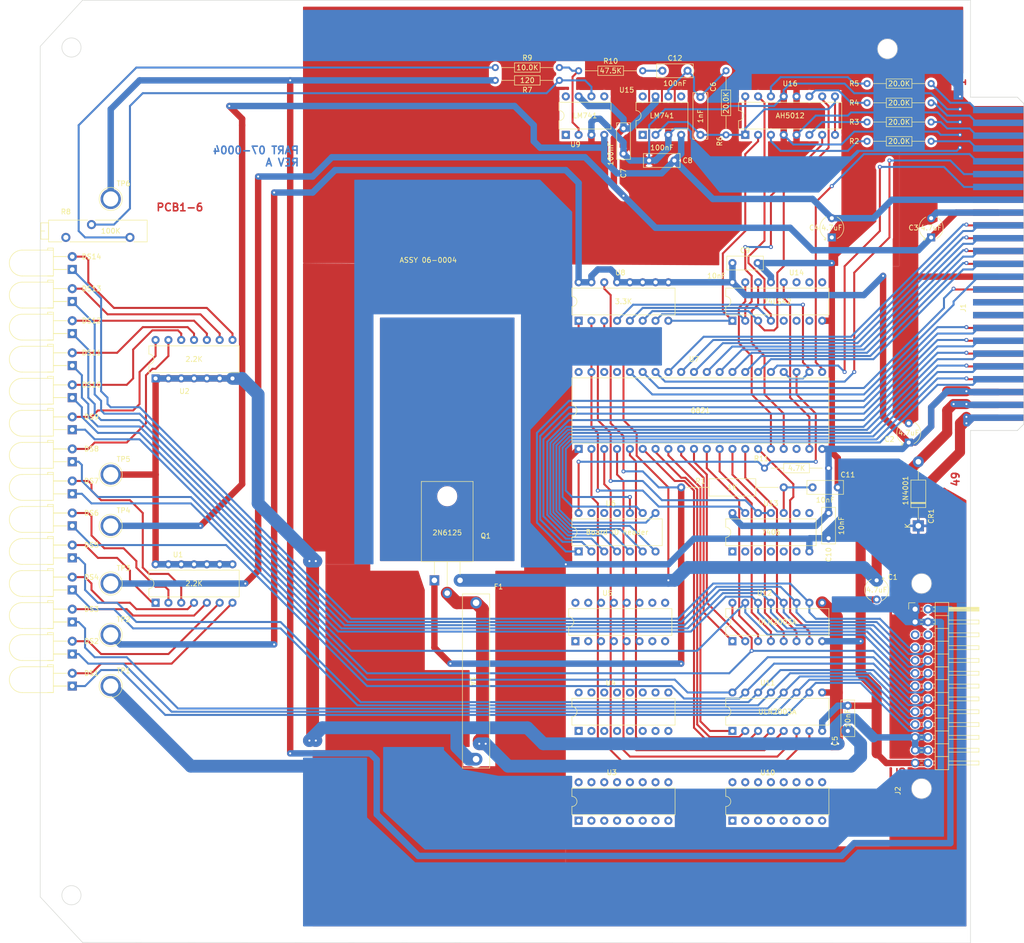
<source format=kicad_pcb>
(kicad_pcb (version 20221018) (generator pcbnew)
  (layers (0 "F.Cu" signal) (31 "B.Cu" signal) (34 "B.Paste" user) (35 "F.Paste" user) (36 "B.SilkS" user "B.Silkscreen") (37 "F.SilkS" user "F.Silkscreen") (38 "B.Mask" user) (39 "F.Mask" user) (44 "Edge.Cuts" user))
  (net 0 "")
  (net 95 "GND")
  (net 96 "BCLK")
  (net 97 "UNUSED1")
  (net 98 "R2R_audio_AGC")
  (net 99 "BGOUT_AGC")
  (net 100 "R{slash}~{W}")
  (net 101 "~{MRST}")
  (net 102 "PHI2")
  (net 103 "-12V")
  (net 104 "12V")
  (net 105 "DBB0")
  (net 106 "DBB1")
  (net 107 "DBB2")
  (net 108 "DBB3")
  (net 109 "DBB4")
  (net 110 "DBB5")
  (net 111 "DBB6")
  (net 112 "DBB7")
  (net 113 "BA0")
  (net 114 "BA1")
  (net 115 "BA2")
  (net 116 "BA3")
  (net 117 "BS11")
  (net 118 "BS12")
  (net 119 "BS13")
  (net 120 "BS1")
  (net 121 "BS2")
  (net 122 "BS3")
  (net 123 "BS4")
  (net 124 "BS5")
  (net 125 "BS6")
  (net 126 "BS7")
  (net 127 "BS8")
  (net 128 "BS9")
  (net 129 "BS10")
  (net 130 "5V")
  (net 131 "24R")
  (net 132 "24V")
  (net 133 "Net-(R2-Pad2)")
  (net 134 "Net-(R3-Pad2)")
  (net 135 "Net-(R4-Pad2)")
  (net 136 "Net-(R5-Pad2)")
  (net 137 "Net-(U15--)")
  (net 138 "Net-(C12-Pad2)")
  (net 139 "Net-(C12-Pad1)")
  (net 140 "Net-(R7-Pad2)")
  (net 141 "Net-(U9--)")
  (net 142 "AUD")
  (net 143 "Net-(R8-Pad1)")
  (net 144 "Net-(DS1-A)")
  (net 145 "Net-(DS2-A)")
  (net 146 "Net-(DS3-A)")
  (net 147 "Net-(DS4-A)")
  (net 148 "Net-(DS5-A)")
  (net 149 "Net-(DS6-A)")
  (net 150 "Net-(DS7-A)")
  (net 151 "Net-(DS8-A)")
  (net 152 "Net-(DS9-A)")
  (net 153 "Net-(DS10-A)")
  (net 154 "Net-(DS11-A)")
  (net 155 "Net-(DS12-A)")
  (net 156 "Net-(DS13-A)")
  (net 157 "Net-(DS14-A)")
  (net 158 "Net-(U14-0)")
  (net 159 "Net-(U14-1)")
  (net 160 "Net-(U14-2)")
  (net 161 "Net-(U14-3)")
  (net 162 "PB6")
  (net 163 "PB7")
  (net 164 "CB2")
  (net 165 "CS")
  (net 166 "CA2")
  (net 167 "PA0")
  (net 168 "PA1")
  (net 169 "PA2")
  (net 170 "PA3")
  (net 171 "PA4")
  (net 172 "PA5")
  (net 173 "PA6")
  (net 174 "PA7")
  (net 175 "PB0")
  (net 176 "PB1")
  (net 177 "PB2")
  (net 178 "PB3")
  (net 179 "PB4")
  (net 180 "PB5")
  (net 181 "Net-(Q1-C)")
  (net 182 "Net-(C11-Pad1)")
  (net 183 "24Vout")
  (net 184 "24Vpu")
  (net 185 "Net-(U6-Pin_14)")
  (net 186 "5Vpu")
  (net 187 "A0out")
  (net 188 "A1out")
  (net 189 "A2out")
  (net 190 "A3out")
  (net 191 "A4out")
  (net 192 "A5out")
  (net 193 "A6out")
  (net 194 "A7out")
  (net 195 "B0out")
  (net 196 "B1out")
  (net 197 "B2out")
  (net 198 "B3out")
  (net 199 "B4out")
  (net 200 "B5out")
  (footprint "Package_DIP:DIP-16_W7.62mm" (layer "F.Cu") (at 106.68 162.56 90)
    (fp_text reference "U3")
    (fp_text value "Unused DIP" hide)
  )
  (footprint "Package_DIP:DIP-14_W7.62mm" (layer "F.Cu") (at 137.16 109.22 90)
    (fp_text reference "U13")
    (fp_text value "7406")
  )
  (footprint "Capacitor_THT:C_Rect_L7.0mm_W2.5mm_P5.00mm" (layer "F.Cu") (at 156.21 101.6 -90)
    (fp_text reference "C10")
    (fp_text value "10nF")
  )
  (footprint "Evan's parts:R_Axial_DIN0204_L3.6mm_D1.6mm_P12.7mm_Horizontal" (layer "F.Cu") (at 173.99 24.13 180)
    (fp_text reference "R3")
    (fp_text value "20.0K")
  )
  (footprint "TestPoint:TestPoint_Plated_Hole_D3.0mm" (layer "F.Cu") (at 13.97 104.14)
    (fp_text reference "TP4")
    (fp_text value "-12")
  )
  (footprint "Package_DIP:DIP-16_W7.62mm" (layer "F.Cu") (at 137.16 162.56 90)
    (fp_text reference "U10")
    (fp_text value "Unused DIP" hide)
  )
  (footprint "TestPoint:TestPoint_Plated_Hole_D3.0mm" (layer "F.Cu") (at 13.97 93.98)
    (fp_text reference "TP5")
    (fp_text value "24")
  )
  (footprint "Evan's parts:CP_Radial_Tantal_D4mm_P3.81mm" (layer "F.Cu") (at 176.53 46.99 90)
    (fp_text reference "C3")
    (fp_text value "4.7uF")
  )
  (footprint "Potentiometer_THT:Potentiometer_Bourns_3005_Horizontal" (layer "F.Cu") (at 17.78 46.99)
    (fp_text reference "R8")
    (fp_text value "100K")
  )
  (footprint "TestPoint:TestPoint_Plated_Hole_D3.0mm" (layer "F.Cu") (at 13.97 125.73)
    (fp_text reference "TP2")
    (fp_text value "+5")
  )
  (footprint "Evan's parts:LED_D5.0mm_Horizontal_O3.81mm_Z15.0mm reversed" (layer "F.Cu") (at 6.35 120.65 -90)
    (fp_text reference "DS3")
    (fp_text value "LED")
  )
  (footprint "Package_DIP:DIP-14_W7.62mm" (layer "F.Cu") (at 106.68 109.22 90)
    (fp_text reference "U6")
    (fp_text value "Board ID header")
  )
  (footprint "Evan's parts:LED_D5.0mm_Horizontal_O3.81mm_Z15.0mm reversed" (layer "F.Cu") (at 6.35 63.5 -90)
    (fp_text reference "DS12")
    (fp_text value "LED")
  )
  (footprint "Capacitor_THT:C_Rect_L7.0mm_W2.5mm_P5.00mm" (layer "F.Cu") (at 115.57 25.4 -90)
    (fp_text reference "C7")
    (fp_text value "100nF")
  )
  (footprint "Capacitor_THT:C_Rect_L7.0mm_W2.5mm_P5.00mm" (layer "F.Cu") (at 153.035 96.52)
    (fp_text reference "C11")
    (fp_text value "10nF")
  )
  (footprint "Evan's parts:CP_Radial_Tantal_D4mm_P3.81mm" (layer "F.Cu") (at 165.735 114.935 -90)
    (fp_text reference "C1")
    (fp_text value "4.7uF")
  )
  (footprint "Package_DIP:DIP-16_W7.62mm" (layer "F.Cu") (at 139.7 26.67 90)
    (fp_text reference "U16")
    (fp_text value "AH5012")
  )
  (footprint "Evan's parts:R_Axial_DIN0204_L3.6mm_D1.6mm_P12.7mm_Horizontal" (layer "F.Cu") (at 92.71 15.875)
    (fp_text reference "R7")
    (fp_text value "120")
  )
  (footprint "Package_DIP:DIP-8_W7.62mm" (layer "F.Cu") (at 119.38 26.67 90)
    (fp_text reference "U15")
    (fp_text value "LM741")
  )
  (footprint "Evan's parts:R_Axial_DIN0204_L3.6mm_D1.6mm_P12.7mm_Horizontal" (layer "F.Cu") (at 173.99 16.51 180)
    (fp_text reference "R5")
    (fp_text value "20.0K")
  )
  (footprint "Capacitor_THT:C_Rect_L7.0mm_W2.5mm_P5.00mm" (layer "F.Cu") (at 120.65 31.75)
    (fp_text reference "C8")
    (fp_text value "100nF")
  )
  (footprint "Package_DIP:DIP-14_W7.62mm" (layer "F.Cu") (at 22.86 74.93 90)
    (fp_text reference "U2")
    (fp_text value "2.2K")
  )
  (footprint "Evan's parts:LED_D5.0mm_Horizontal_O3.81mm_Z15.0mm reversed" (layer "F.Cu") (at 6.35 57.15 -90)
    (fp_text reference "DS13")
    (fp_text value "LED")
  )
  (footprint "Evan's parts:LED_D5.0mm_Horizontal_O3.81mm_Z15.0mm reversed" (layer "F.Cu") (at 6.35 82.55 -90)
    (fp_text reference "DS9")
    (fp_text value "LED")
  )
  (footprint "Package_DIP:DIP-16_W7.62mm" (layer "F.Cu") (at 106.68 63.5 90)
    (fp_text reference "U8")
    (fp_text value "3.3K")
  )
  (footprint "Capacitor_THT:C_Rect_L7.0mm_W2.5mm_P5.00mm" (layer "F.Cu") (at 123.27 13.97)
    (fp_text reference "C12")
    (fp_text value "100nF")
  )
  (footprint "Resistor_THT:R_Axial_DIN0309_L9.0mm_D3.2mm_P20.32mm_Horizontal" (layer "F.Cu") (at 127 96.52)
    (fp_text reference "R1")
    (fp_text value "1K")
  )
  (footprint "Capacitor_THT:C_Rect_L7.0mm_W2.5mm_P5.00mm" (layer "F.Cu") (at 160.02 139.78 -90)
    (fp_text reference "C5")
    (fp_text value "10nF")
  )
  (footprint "Connector_PinHeader_2.54mm:PinHeader_2x13_P2.54mm_Horizontal" (layer "F.Cu") (at 173.355 120.65)
    (fp_text reference "J2")
    (fp_text value "character connector")
  )
  (footprint "Evan's parts:R_Axial_DIN0204_L3.6mm_D1.6mm_P12.7mm_Horizontal" (layer "F.Cu") (at 173.99 20.32 180)
    (fp_text reference "R4")
    (fp_text value "20.0K")
  )
  (footprint "Evan's parts:LED_D5.0mm_Horizontal_O3.81mm_Z15.0mm reversed" (layer "F.Cu") (at 6.35 107.95 -90)
    (fp_text reference "DS5")
    (fp_text value "LED")
  )
  (footprint "TestPoint:TestPoint_Plated_Hole_D3.0mm" (layer "F.Cu") (at 13.97 115.57)
    (fp_text reference "TP3")
    (fp_text value "+12")
  )
  (footprint "Package_DIP:DIP-40_W15.24mm" (layer "F.Cu") (at 106.68 88.9 90)
    (fp_text reference "U7")
    (fp_text value "6821")
  )
  (footprint "Evan's parts:LED_D5.0mm_Horizontal_O3.81mm_Z15.0mm reversed" (layer "F.Cu") (at 6.35 114.3 -90)
    (fp_text reference "DS4")
    (fp_text value "LED")
  )
  (footprint "Evan's parts:R_Axial_DIN0204_L3.6mm_D1.6mm_P12.7mm_Horizontal" (layer "F.Cu") (at 109.22 13.97)
    (fp_text reference "R10")
    (fp_text value "47.5K")
  )
  (footprint "Package_DIP:DIP-16_W7.62mm" (layer "F.Cu") (at 137.16 63.5 90)
    (fp_text reference "U14")
    (fp_text value "74LS42")
  )
  (footprint "Evan's parts:R_Axial_DIN0204_L3.6mm_D1.6mm_P12.7mm_Horizontal" (layer "F.Cu") (at 135.89 24.13 90)
    (fp_text reference "R6")
    (fp_text value "20.0K")
  )
  (footprint "Capacitor_THT:C_Rect_L7.0mm_W2.5mm_P5.00mm" (layer "F.Cu") (at 137.16 52.07)
    (fp_text reference "C9")
    (fp_text value "10nF")
  )
  (footprint "Package_DIP:DIP-16_W7.62mm" (layer "F.Cu") (at 106.68 144.78 90)
    (fp_text reference "U4")
    (fp_text value "Unused DIP" hide)
  )
  (footprint "Evan's parts:R_Axial_DIN0204_L3.6mm_D1.6mm_P12.7mm_Horizontal" (layer "F.Cu") (at 153.67 92.71 180)
    (fp_text reference "R11")
    (fp_text value "4.7K")
  )
  (footprint "Package_DIP:DIP-16_W7.62mm" (layer "F.Cu") (at 137.16 127 90)
    (fp_text reference "U12")
    (fp_text value "ULN2003A")
  )
  (footprint "Fuse:Fuseholder_Littelfuse_445_030_series_5x30mm" (layer "F.Cu") (at 86.36 119.38 -90)
    (fp_text reference "F1")
    (fp_text value "1A")
  )
  (footprint "Evan's parts:LED_D5.0mm_Horizontal_O3.81mm_Z15.0mm reversed" (layer "F.Cu") (at 6.35 76.2 -90)
    (fp_text reference "DS10")
    (fp_text value "LED")
  )
  (footprint "Evan's parts:CP_Radial_Tantal_D4mm_P3.81mm" (layer "F.Cu") (at 172.085 87.63 90)
    (fp_text reference "C2")
    (fp_text value "4.7uF")
  )
  (footprint "Evan's parts:LED_D5.0mm_Horizontal_O3.81mm_Z15.0mm reversed" (layer "F.Cu") (at 6.35 50.8 -90)
    (fp_text reference "DS14")
    (fp_text value "LED")
  )
  (footprint "Evan's parts:LED_D5.0mm_Horizontal_O3.81mm_Z15.0mm reversed" (layer "F.Cu") (at 6.35 69.85 -90)
    (fp_text reference "DS11")
    (fp_text value "LED")
  )
  (footprint "Evan's parts:R_Axial_DIN0204_L3.6mm_D1.6mm_P12.7mm_Horizontal" (layer "F.Cu") (at 92.71 13.335)
    (fp_text reference "R9")
    (fp_text value "10.0K")
  )
  (footprint "Evan's parts:CP_Radial_Tantal_D4mm_P3.81mm" (layer "F.Cu") (at 156.845 46.99 90)
    (fp_text reference "C4")
    (fp_text value "4.7uF")
  )
  (footprint "Evan's parts:LED_D5.0mm_Horizontal_O3.81mm_Z15.0mm reversed" (layer "F.Cu") (at 6.35 95.25 -90)
    (fp_text reference "DS7")
    (fp_text value "LED")
  )
  (footprint "TestPoint:TestPoint_Plated_Hole_D3.0mm" (layer "F.Cu") (at 13.97 135.89)
    (fp_text reference "TP1")
    (fp_text value "GND")
  )
  (footprint "TestPoint:TestPoint_Plated_Hole_D3.0mm" (layer "F.Cu") (at 13.97 39.37)
    (fp_text reference "TP6")
    (fp_text value "AUD")
  )
  (footprint "Evan's parts:Chuck_E_Cheese_small_card_edge" (layer "F.Cu") (at 189.81 21.75 90)
    (fp_text reference "J1")
    (fp_text value "card edge")
    (fp_line (start -63.5 3.81) (end -63.5 -5.49) (stroke (width 0.12)) (layer "Edge.Cuts"))
    (fp_line (start -62.23 5.08) (end -63.5 3.81) (stroke (width 0.12)) (layer "Edge.Cuts"))
    (fp_line (start -62.23 5.08) (end 1.27 5.08) (stroke (width 0.12)) (layer "Edge.Cuts"))
    (fp_line (start 2.54 3.81) (end 1.27 5.08) (stroke (width 0.12)) (layer "Edge.Cuts"))
    (fp_line (start 2.54 3.81) (end 2.54 -5.49) (stroke (width 0.12)) (layer "Edge.Cuts"))
  )
  (footprint "Package_DIP:DIP-16_W7.62mm" (layer "F.Cu") (at 106.045 127 90)
    (fp_text reference "U5")
    (fp_text value "Unused DIP" hide)
  )
  (footprint "Package_DIP:DIP-14_W7.62mm" (layer "F.Cu") (at 22.86 119.38 90)
    (fp_text reference "U1")
    (fp_text value "2.2K")
  )
  (footprint "Evan's parts:LED_D5.0mm_Horizontal_O3.81mm_Z15.0mm reversed" (layer "F.Cu") (at 6.35 133.35 -90)
    (fp_text reference "DS1")
    (fp_text value "LED")
  )
  (footprint "Diode_THT:D_DO-41_SOD81_P12.70mm_Horizontal" (layer "F.Cu") (at 173.99 104.14 90)
    (fp_text reference "CR1")
    (fp_text value "1N4001")
  )
  (footprint "Evan's parts:R_Axial_DIN0204_L3.6mm_D1.6mm_P12.7mm_Horizontal" (layer "F.Cu") (at 173.99 27.94 180)
    (fp_text reference "R2")
    (fp_text value "20.0K")
  )
  (footprint "Evan's parts:LED_D5.0mm_Horizontal_O3.81mm_Z15.0mm reversed" (layer "F.Cu") (at 6.35 127 -90)
    (fp_text reference "DS2")
    (fp_text value "LED")
  )
  (footprint "Evan's parts:LED_D5.0mm_Horizontal_O3.81mm_Z15.0mm reversed" (layer "F.Cu") (at 6.35 101.6 -90)
    (fp_text reference "DS6")
    (fp_text value "LED")
  )
  (footprint "Package_DIP:DIP-8_W7.62mm" (layer "F.Cu") (at 104.14 26.67 90)
    (fp_text reference "U9")
    (fp_text value "LM741")
  )
  (footprint "Capacitor_THT:C_Rect_L9.0mm_W2.7mm_P7.50mm_MKT" (layer "F.Cu") (at 130.81 26.67 90)
    (fp_text reference "C6")
    (fp_text value "1nF")
  )
  (footprint "Package_TO_SOT_THT:TO-220-3_Horizontal_TabDown" (layer "F.Cu") (at 78.105 114.935)
    (fp_text reference "Q1")
    (fp_text value "2N6125")
  )
  (footprint "Evan's parts:LED_D5.0mm_Horizontal_O3.81mm_Z15.0mm reversed" (layer "F.Cu") (at 6.35 88.9 -90)
    (fp_text reference "DS8")
    (fp_text value "LED")
  )
  (footprint "Package_DIP:DIP-16_W7.62mm" (layer "F.Cu") (at 137.16 144.78 90)
    (fp_text reference "U11")
    (fp_text value "ULN2003A")
  )
  (gr_line (start 8.39 0) (end 184.32 0) (stroke (width 0.1)) (layer "Edge.Cuts"))
  (gr_line (start 184.32 19.21) (end 184.32 0) (stroke (width 0.1)) (layer "Edge.Cuts"))
  (gr_line (start 184.32 85.25) (end 184.32 186.8) (stroke (width 0.1)) (layer "Edge.Cuts"))
  (gr_line (start 0 177.66) (end 8.39 186.69) (stroke (width 0.1)) (layer "Edge.Cuts"))
  (gr_line (start 0 177.66) (end 0 9.14) (stroke (width 0.1)) (layer "Edge.Cuts"))
  (gr_circle (center 6.19 9.36) (end 8.09 9.36) (stroke (width 0.1)) (fill none) (layer "Edge.Cuts"))
  (gr_circle (center 6.19 177.33) (end 8.09 177.33) (stroke (width 0.1)) (fill none) (layer "Edge.Cuts"))
  (gr_circle (center 174.625 156.21) (end 176.595 156.21) (stroke (width 0.1)) (fill none) (layer "Edge.Cuts"))
  (gr_circle (center 167.88 9.63) (end 169.85 9.63) (stroke (width 0.1)) (fill none) (layer "Edge.Cuts"))
  (gr_line (start 184.32 186.8) (end 8.39 186.69) (stroke (width 0.1)) (layer "Edge.Cuts"))
  (gr_circle (center 174.625 115.57) (end 176.595 115.57) (stroke (width 0.1)) (fill none) (layer "Edge.Cuts"))
  (gr_line (start 0 9.14) (end 8.39 0) (stroke (width 0.1)) (layer "Edge.Cuts"))
  (gr_text "1" (at 171.45 121.285 90) (layer "F.Cu") (effects (font (size 1.5 1.5) (thickness 0.3) bold) (justify left bottom)))
  (gr_text "25" (at 171.45 154.94 90) (layer "F.Cu") (effects (font (size 1.5 1.5) (thickness 0.3) bold) (justify left bottom)))
  (gr_text "PCB1-6" (at 22.86 41.91) (layer "F.Cu") (effects (font (size 1.5 1.5) (thickness 0.3) bold) (justify left bottom)))
  (gr_text "1" (at 183.515 17.145 90) (layer "F.Cu") (effects (font (size 1.5 1.5) (thickness 0.3) bold) (justify left bottom)))
  (gr_text "49" (at 182.245 96.52 90) (layer "F.Cu") (effects (font (size 1.5 1.5) (thickness 0.3) bold) (justify left bottom)))
  (gr_text "PART 07-0004\nREV A" (at 51.435 33.02) (layer "B.Cu") (effects (font (size 1.5 1.5) (thickness 0.3) bold) (justify left bottom mirror)))
  (gr_text "ASSY 06-0004" (at 71.12 52.07) (layer "F.SilkS") (effects (font (size 1 1)) (justify left bottom)))
  (segment (start 189.81 21.75) (end 183.675 21.75) (width 0.4) (layer "F.Cu") (net 95))
  (segment (start 154.94 63.5) (end 156.845 63.5) (width 1.27) (layer "F.Cu") (net 95))
  (segment (start 123.19 23.495) (end 120.65 23.495) (width 0.4) (layer "F.Cu") (net 95))
  (segment (start 156.845 63.5) (end 156.845 52.07) (width 1.27) (layer "F.Cu") (net 95))
  (segment (start 124.46 23.495) (end 123.19 23.495) (width 0.4) (layer "F.Cu") (net 95))
  (segment (start 124.46 26.67) (end 124.46 23.495) (width 1.27) (layer "F.Cu") (net 95))
  (segment (start 149.86 19.05) (end 149.86 26.67) (width 1.27) (layer "F.Cu") (net 95))
  (segment (start 158.035 96.52) (end 158.035 90.725) (width 1.27) (layer "F.Cu") (net 95))
  (segment (start 189.81 26.83) (end 183.675 26.83) (width 0.4) (layer "F.Cu") (net 95))
  (segment (start 109.22 26.67) (end 109.22 29.21) (width 1.27) (layer "F.Cu") (net 95))
  (segment (start 189.81 24.29) (end 183.675 24.29) (width 0.4) (layer "F.Cu") (net 95))
  (segment (start 183.675 24.29) (end 183.515 24.13) (width 0.4) (layer "F.Cu") (net 95))
  (segment (start 158.035 90.725) (end 156.845 89.535) (width 1.27) (layer "F.Cu") (net 95))
  (segment (start 124.46 26.67) (end 124.46 29.21) (width 1.27) (layer "F.Cu") (net 95))
  (segment (start 189.81 54.77) (end 172.88 54.77) (width 1.27) (layer "F.Cu") (net 95))
  (segment (start 189.81 29.37) (end 183.675 29.37) (width 0.4) (layer "F.Cu") (net 95))
  (segment (start 156.845 89.535) (end 156.845 63.5) (width 1.27) (layer "F.Cu") (net 95))
  (segment (start 120.65 23.495) (end 120.65 29.21) (width 0.4) (layer "F.Cu") (net 95))
  (segment (start 183.675 26.83) (end 183.515 26.67) (width 0.4) (layer "F.Cu") (net 95))
  (segment (start 183.675 21.75) (end 183.515 21.59) (width 0.4) (layer "F.Cu") (net 95))
  (segment (start 124.46 23.495) (end 125.73 23.495) (width 0.4) (layer "F.Cu") (net 95))
  (segment (start 156.845 52.07) (end 156.845 46.99) (width 1.27) (layer "F.Cu") (net 95))
  (segment (start 147.32 19.05) (end 147.32 16.51) (width 1.27) (layer "F.Cu") (net 95))
  (segment (start 147.32 26.67) (end 147.32 29.21) (width 1.27) (layer "F.Cu") (net 95))
  (segment (start 183.675 29.37) (end 183.515 29.21) (width 0.4) (layer "F.Cu") (net 95))
  (segment (start 123.19 23.495) (end 123.19 16.51) (width 0.4) (layer "F.Cu") (net 95))
  (segment (start 149.86 19.05) (end 149.86 15.875) (width 1.27) (layer "F.Cu") (net 95))
  (segment (start 106.68 88.9) (end 104.14 91.44) (width 1.27) (layer "F.Cu") (net 95))
  (segment (start 147.32 19.05) (end 147.32 26.67) (width 1.27) (layer "F.Cu") (net 95))
  (segment (start 120.65 23.495) (end 120.65 16.51) (width 0.4) (layer "F.Cu") (net 95))
  (segment (start 125.73 23.495) (end 125.73 16.51) (width 0.4) (layer "F.Cu") (net 95))
  (segment (start 149.86 26.67) (end 149.86 29.21) (width 1.27) (layer "F.Cu") (net 95))
  (via (at 182.245 19.05) (size 0.8) (drill 0.4) (layers "F.Cu" "B.Cu") (net 95))
  (via (at 182.245 29.21) (size 0.8) (drill 0.4) (layers "F.Cu" "B.Cu") (net 95))
  (via (at 182.245 26.67) (size 0.8) (drill 0.4) (layers "F.Cu" "B.Cu") (net 95))
  (via (at 182.245 24.13) (size 0.8) (drill 0.4) (layers "F.Cu" "B.Cu") (net 95))
  (via (at 156.845 52.07) (size 0.8) (drill 0.4) (layers "F.Cu" "B.Cu") (net 95))
  (via (at 104.14 111.76) (size 0.8) (drill 0.4) (layers "F.Cu" "B.Cu") (net 95))
  (via (at 182.245 21.59) (size 0.8) (drill 0.4) (layers "F.Cu" "B.Cu") (net 95))
  (segment (start 109.855 23.495) (end 110.89724 23.495) (width 1.27) (layer "B.Cu") (net 95))
  (segment (start 160.655 31.115) (end 132.715 31.115) (width 0.4) (layer "B.Cu") (net 95))
  (segment (start 177.64 42.07) (end 176.53 43.18) (width 1.27) (layer "B.Cu") (net 95))
  (segment (start 177.8 26.035) (end 178.435 26.67) (width 0.4) (layer "B.Cu") (net 95))
  (segment (start 148.59 16.51) (end 159.385 16.51) (width 0.4) (layer "B.Cu") (net 95))
  (segment (start 177.8 22.225) (end 179.705 24.13) (width 0.4) (layer "B.Cu") (net 95))
  (segment (start 115.57 30.4) (end 116.92 31.75) (width 1.27) (layer "B.Cu") (net 95))
  (segment (start 179.705 24.13) (end 182.245 24.13) (width 0.4) (layer "B.Cu") (net 95))
  (segment (start 135.89 21.59) (end 123.825 21.59) (width 0.4) (layer "B.Cu") (net 95))
  (segment (start 161.925 29.845) (end 160.655 31.115) (width 0.4) (layer "B.Cu") (net 95))
  (segment (start 180.975 29.845) (end 161.925 29.845) (width 0.4) (layer "B.Cu") (net 95))
  (segment (start 144.78 54.69) (end 142.16 52.07) (width 1.27) (layer "B.Cu") (net 95))
  (segment (start 124.46 111.76) (end 104.14 111.76) (width 1.27) (layer "B.Cu") (net 95))
  (segment (start 129.54 106.68) (end 124.46 111.76) (width 1.27) (layer "B.Cu") (net 95))
  (segment (start 153.67 22.86) (end 160.02 22.86) (width 0.4) (layer "B.Cu") (net 95))
  (segment (start 147.32 19.05) (end 145.415 20.955) (width 0.4) (layer "B.Cu") (net 95))
  (segment (start 159.385 16.51) (end 161.29 18.415) (width 0.4) (layer "B.Cu") (net 95))
  (segment (start 125.73 25.4) (end 124.46 26.67) (width 0.4) (layer "B.Cu") (net 95))
  (segment (start 13.97 135.89) (end 29.845 151.765) (width 2.54) (layer "B.Cu") (net 95))
  (segment (start 142.16 52.07) (end 156.845 52.07) (width 1.27) (layer "B.Cu") (net 95))
  (segment (start 182.245 29.21) (end 181.61 29.845) (width 0.4) (layer "B.Cu") (net 95))
  (segment (start 160.02 22.86) (end 160.655 22.225) (width 0.4) (layer "B.Cu") (net 95))
  (segment (start 144.78 55.88) (end 144.78 54.69) (width 1.27) (layer "B.Cu") (net 95))
  (segment (start 161.29 18.415) (end 176.53 18.415) (width 0.4) (layer "B.Cu") (net 95))
  (segment (start 145.415 20.955) (end 136.525 20.955) (width 0.4) (layer "B.Cu") (net 95))
  (segment (start 158.75 28.575) (end 161.29 26.035) (width 0.4) (layer "B.Cu") (net 95))
  (segment (start 109.22 24.13) (end 109.855 23.495) (width 1.27) (layer "B.Cu") (net 95))
  (segment (start 132.715 31.115) (end 128.905 27.305) (width 0.4) (layer "B.Cu") (net 95))
  (segment (start 136.525 20.955) (end 135.89 21.59) (width 0.4) (layer "B.Cu") (net 95))
  (segment (start 116.92 31.75) (end 120.65 31.75) (width 1.27) (layer "B.Cu") (net 95))
  (segment (start 156.21 106.6) (end 152.48 106.6) (width 1.27) (layer "B.Cu") (net 95))
  (segment (start 152.4 109.22) (end 152.4 106.68) (width 1.27) (layer "B.Cu") (net 95))
  (segment (start 173.355 123.19) (end 175.895 123.19) (width 1.27) (layer "B.Cu") (net 95))
  (segment (start 57.785 151.765) (end 57.785 154.94) (width 2.54) (layer "B.Cu") (net 95))
  (segment (start 189.81 42.07) (end 177.64 42.07) (width 1.27) (layer "B.Cu") (net 95))
  (segment (start 147.32 26.67) (end 149.225 28.575) (width 0.4) (layer "B.Cu") (net 95))
  (segment (start 160.655 22.225) (end 177.8 22.225) (width 0.4) (layer "B.Cu") (net 95))
  (segment (start 123.825 21.59) (end 120.65 24.765) (width 0.4) (layer "B.Cu") (net 95))
  (segment (start 178.435 123.19) (end 178.435 153.67) (width 1.27) (layer "B.Cu") (net 95))
  (segment (start 109.22 26.67) (end 109.22 24.13) (width 1.27) (layer "B.Cu") (net 95))
  (segment (start 128.905 27.305) (end 128.905 26.035) (width 0.4) (layer "B.Cu") (net 95))
  (segment (start 178.435 26.67) (end 182.245 26.67) (width 0.4) (layer "B.Cu") (net 95))
  (segment (start 147.32 17.78) (end 148.59 16.51) (width 0.4) (layer "B.Cu") (net 95))
  (segment (start 176.53 18.415) (end 179.705 21.59) (width 0.4) (layer "B.Cu") (net 95))
  (segment (start 121.92 31.75) (end 124.46 29.21) (width 1.27) (layer "B.Cu") (net 95))
  (segment (start 181.61 29.845) (end 180.975 29.845) (width 0.4) (layer "B.Cu") (net 95))
  (segment (start 152.4 106.68) (end 129.54 106.68) (width 1.27) (layer "B.Cu") (net 95))
  (segment (start 110.89724 23.495) (end 115.57 28.16776) (width 1.27) (layer "B.Cu") (net 95))
  (segment (start 175.895 123.19) (end 178.435 123.19) (width 1.27) (layer "B.Cu") (net 95))
  (segment (start 128.27 25.4) (end 125.73 25.4) (width 0.4) (layer "B.Cu") (net 95))
  (segment (start 179.705 21.59) (end 182.245 21.59) (width 0.4) (layer "B.Cu") (net 95))
  (segment (start 149.86 26.67) (end 153.67 22.86) (width 0.4) (layer "B.Cu") (net 95))
  (segment (start 161.29 26.035) (end 177.8 26.035) (width 0.4) (layer "B.Cu") (net 95))
  (segment (start 149.225 28.575) (end 158.75 28.575) (width 0.4) (layer "B.Cu") (net 95))
  (segment (start 124.46 29.21) (end 124.46 26.67) (width 1.27) (layer "B.Cu") (net 95))
  (segment (start 120.65 24.765) (end 120.65 31.75) (width 0.4) (layer "B.Cu") (net 95))
  (segment (start 29.845 151.765) (end 57.785 151.765) (width 2.54) (layer "B.Cu") (net 95))
  (segment (start 152.48 106.6) (end 152.4 106.68) (width 1.27) (layer "B.Cu") (net 95))
  (segment (start 128.905 26.035) (end 128.27 25.4) (width 0.4) (layer "B.Cu") (net 95))
  (segment (start 120.65 31.75) (end 121.92 31.75) (width 1.27) (layer "B.Cu") (net 95))
  (segment (start 147.32 19.05) (end 147.32 17.78) (width 0.4) (layer "B.Cu") (net 95))
  (segment (start 115.57 28.16776) (end 115.57 30.4) (width 1.27) (layer "B.Cu") (net 95))
  (segment (start 184.15 20.32) (end 180.34 20.32) (width 0.4) (layer "B.Cu") (net 96))
  (segment (start 180.34 20.32) (end 176.53 16.51) (width 0.4) (layer "B.Cu") (net 96))
  (segment (start 185.58 21.75) (end 184.15 20.32) (width 0.4) (layer "B.Cu") (net 96))
  (segment (start 189.81 21.75) (end 185.58 21.75) (width 0.4) (layer "B.Cu") (net 96))
  (segment (start 176.53 20.32) (end 177.165 20.32) (width 0.4) (layer "B.Cu") (net 97))
  (segment (start 189.81 24.29) (end 185.58 24.29) (width 0.4) (layer "B.Cu") (net 97))
  (segment (start 185.58 24.29) (end 184.15 22.86) (width 0.4) (layer "B.Cu") (net 97))
  (segment (start 177.165 20.32) (end 179.705 22.86) (width 0.4) (layer "B.Cu") (net 97))
  (segment (start 184.15 22.86) (end 179.705 22.86) (width 0.4) (layer "B.Cu") (net 97))
  (segment (start 178.435 24.13) (end 179.705 25.4) (width 0.4) (layer "B.Cu") (net 98))
  (segment (start 176.53 24.13) (end 178.435 24.13) (width 0.4) (layer "B.Cu") (net 98))
  (segment (start 184.15 25.4) (end 185.58 26.83) (width 0.4) (layer "B.Cu") (net 98))
  (segment (start 179.705 25.4) (end 184.15 25.4) (width 0.4) (layer "B.Cu") (net 98))
  (segment (start 185.58 26.83) (end 189.81 26.83) (width 0.4) (layer "B.Cu") (net 98))
  (segment (start 189.81 29.37) (end 185.58 29.37) (width 0.4) (layer "B.Cu") (net 99))
  (segment (start 184.15 27.94) (end 176.53 27.94) (width 0.4) (layer "B.Cu") (net 99))
  (segment (start 185.58 29.37) (end 184.15 27.94) (width 0.4) (layer "B.Cu") (net 99))
  (segment (start 154.94 73.025) (end 154.94 73.66) (width 0.4) (layer "F.Cu") (net 100))
  (segment (start 153.67 71.755) (end 154.94 73.025) (width 0.4) (layer "F.Cu") (net 100))
  (segment (start 156.845 36.83) (end 153.67 40.005) (width 0.4) (layer "F.Cu") (net 100))
  (segment (start 153.67 40.005) (end 153.67 71.755) (width 0.4) (layer "F.Cu") (net 100))
  (via (at 156.845 36.83) (size 0.8) (drill 0.4) (layers "F.Cu" "B.Cu") (net 100))
  (segment (start 163.195 30.48) (end 184.15 30.48) (width 0.4) (layer "B.Cu") (net 100))
  (segment (start 185.58 31.91) (end 189.81 31.91) (width 0.4) (layer "B.Cu") (net 100))
  (segment (start 184.15 30.48) (end 185.58 31.91) (width 0.4) (layer "B.Cu") (net 100))
  (segment (start 156.845 36.83) (end 163.195 30.48) (width 0.4) (layer "B.Cu") (net 100))
  (segment (start 168.275 31.75) (end 168.275 46.99) (width 0.4) (layer "F.Cu") (net 101))
  (segment (start 168.275 46.99) (end 161.29 53.975) (width 0.4) (layer "F.Cu") (net 101))
  (segment (start 161.29 73.66) (end 161.29 53.975) (width 0.4) (layer "F.Cu") (net 101))
  (via (at 161.29 73.66) (size 0.8) (drill 0.4) (layers "F.Cu" "B.Cu") (net 101))
  (via (at 168.275 31.75) (size 0.8) (drill 0.4) (layers "F.Cu" "B.Cu") (net 101))
  (segment (start 159.385 75.565) (end 161.29 73.66) (width 0.4) (layer "B.Cu") (net 101))
  (segment (start 180.34 31.75) (end 168.275 31.75) (width 0.4) (layer "B.Cu") (net 101))
  (segment (start 121.92 73.66) (end 123.825 75.565) (width 0.4) (layer "B.Cu") (net 101))
  (segment (start 189.81 34.45) (end 183.04 34.45) (width 0.4) (layer "B.Cu") (net 101))
  (segment (start 183.04 34.45) (end 180.34 31.75) (width 0.4) (layer "B.Cu") (net 101))
  (segment (start 123.825 75.565) (end 159.385 75.565) (width 0.4) (layer "B.Cu") (net 101))
  (segment (start 159.385 52.705) (end 159.385 73.66) (width 0.4) (layer "F.Cu") (net 102))
  (segment (start 166.37 45.72) (end 159.385 52.705) (width 0.4) (layer "F.Cu") (net 102))
  (segment (start 166.37 33.02) (end 166.37 45.72) (width 0.4) (layer "F.Cu") (net 102))
  (via (at 166.37 33.02) (size 0.8) (drill 0.4) (layers "F.Cu" "B.Cu") (net 102))
  (via (at 159.385 73.66) (size 0.8) (drill 0.4) (layers "F.Cu" "B.Cu") (net 102))
  (segment (start 189.81 36.99) (end 183.04 36.99) (width 0.4) (layer "B.Cu") (net 102))
  (segment (start 144.78 73.66) (end 146.05 72.39) (width 0.4) (layer "B.Cu") (net 102))
  (segment (start 183.04 36.99) (end 179.07 33.02) (width 0.4) (layer "B.Cu") (net 102))
  (segment (start 146.05 72.39) (end 158.115 72.39) (width 0.4) (layer "B.Cu") (net 102))
  (segment (start 179.07 33.02) (end 166.37 33.02) (width 0.4) (layer "B.Cu") (net 102))
  (segment (start 158.115 72.39) (end 159.385 73.66) (width 0.4) (layer "B.Cu") (net 102))
  (segment (start 31.75 104.14) (end 40.005 95.885) (width 1.27) (layer "F.Cu") (net 103))
  (segment (start 40.005 23.495) (end 37.465 20.955) (width 1.27) (layer "F.Cu") (net 103))
  (segment (start 40.005 24.765) (end 40.005 23.495) (width 1.27) (layer "F.Cu") (net 103))
  (segment (start 40.005 95.885) (end 40.005 24.765) (width 1.27) (layer "F.Cu") (net 103))
  (via (at 31.75 104.14) (size 0.8) (drill 0.4) (layers "F.Cu" "B.Cu") (net 103))
  (via (at 37.465 20.955) (size 0.8) (drill 0.4) (layers "F.Cu" "B.Cu") (net 103))
  (segment (start 127 30.4) (end 125.65 31.75) (width 1.27) (layer "B.Cu") (net 103))
  (segment (start 189.81 39.53) (end 168.75 39.53) (width 1.27) (layer "B.Cu") (net 103))
  (segment (start 153.035 39.37) (end 133.27 39.37) (width 1.27) (layer "B.Cu") (net 103))
  (segment (start 133.27 39.37) (end 125.65 31.75) (width 1.27) (layer "B.Cu") (net 103))
  (segment (start 97.79 27.94) (end 97.79 24.765) (width 1.27) (layer "B.Cu") (net 103))
  (segment (start 123.11 34.29) (end 125.65 31.75) (width 1.27) (layer "B.Cu") (net 103))
  (segment (start 111.76 26.67) (end 111.76 29.21) (width 1.27) (layer "B.Cu") (net 103))
  (segment (start 93.98 20.955) (end 37.465 20.955) (width 1.27) (layer "B.Cu") (net 103))
  (segment (start 111.76 29.21) (end 99.06 29.21) (width 1.27) (layer "B.Cu") (net 103))
  (segment (start 99.06 29.21) (end 97.79 27.94) (width 1.27) (layer "B.Cu") (net 103))
  (segment (start 111.76 31.75) (end 114.3 34.29) (width 1.27) (layer "B.Cu") (net 103))
  (segment (start 13.97 104.14) (end 31.75 104.14) (width 1.27) (layer "B.Cu") (net 103))
  (segment (start 127 26.67) (end 127 30.4) (width 1.27) (layer "B.Cu") (net 103))
  (segment (start 165.1 43.18) (end 156.845 43.18) (width 1.27) (layer "B.Cu") (net 103))
  (segment (start 168.75 39.53) (end 165.1 43.18) (width 1.27) (layer "B.Cu") (net 103))
  (segment (start 156.845 43.18) (end 153.035 39.37) (width 1.27) (layer "B.Cu") (net 103))
  (segment (start 97.79 24.765) (end 93.98 20.955) (width 1.27) (layer "B.Cu") (net 103))
  (segment (start 111.76 29.21) (end 111.76 31.75) (width 1.27) (layer "B.Cu") (net 103))
  (segment (start 114.3 34.29) (end 123.11 34.29) (width 1.27) (layer "B.Cu") (net 103))
  (segment (start 43.18 113.03) (end 43.18 34.925) (width 1.27) (layer "F.Cu") (net 104))
  (segment (start 115.57 25.4) (end 113.665 27.305) (width 1.27) (layer "F.Cu") (net 104))
  (segment (start 113.665 36.83) (end 115.57 38.735) (width 1.27) (layer "F.Cu") (net 104))
  (segment (start 40.64 115.57) (end 43.18 113.03) (width 1.27) (layer "F.Cu") (net 104))
  (segment (start 181.45 42.07) (end 189.81 42.07) (width 1.27) (layer "F.Cu") (net 104))
  (segment (start 113.665 27.305) (end 113.665 36.83) (width 1.27) (layer "F.Cu") (net 104))
  (segment (start 176.53 46.99) (end 181.45 42.07) (width 1.27) (layer "F.Cu") (net 104))
  (via (at 115.57 38.735) (size 0.8) (drill 0.4) (layers "F.Cu" "B.Cu") (net 104))
  (via (at 40.64 115.57) (size 0.8) (drill 0.4) (layers "F.Cu" "B.Cu") (net 104))
  (via (at 43.18 34.925) (size 0.8) (drill 0.4) (layers "F.Cu" "B.Cu") (net 104))
  (segment (start 57.785 31.115) (end 107.95 31.115) (width 1.27) (layer "B.Cu") (net 104))
  (segment (start 107.95 31.115) (end 121.92 45.085) (width 1.27) (layer "B.Cu") (net 104))
  (segment (start 115.57 23.495) (end 113.03 20.955) (width 1.27) (layer "B.Cu") (net 104))
  (segment (start 53.975 34.925) (end 57.785 31.115) (width 1.27) (layer "B.Cu") (net 104))
  (segment (start 173.99 49.53) (end 176.53 46.99) (width 1.27) (layer "B.Cu") (net 104))
  (segment (start 40.64 115.57) (end 13.97 115.57) (width 1.27) (layer "B.Cu") (net 104))
  (segment (start 108.585 20.955) (end 106.68 19.05) (width 1.27) (layer "B.Cu") (net 104))
  (segment (start 115.57 25.4) (end 116.84 25.4) (width 1.27) (layer "B.Cu") (net 104))
  (segment (start 148.59 45.085) (end 153.035 49.53) (width 1.27) (layer "B.Cu") (net 104))
  (segment (start 116.84 25.4) (end 121.92 20.32) (width 1.27) (layer "B.Cu") (net 104))
  (segment (start 113.03 20.955) (end 108.585 20.955) (width 1.27) (layer "B.Cu") (net 104))
  (segment (start 153.035 49.53) (end 173.99 49.53) (width 1.27) (layer "B.Cu") (net 104))
  (segment (start 43.18 34.925) (end 53.975 34.925) (width 1.27) (layer "B.Cu") (net 104))
  (segment (start 121.92 19.05) (end 121.92 20.32) (width 1.27) (layer "B.Cu") (net 104))
  (segment (start 115.57 25.4) (end 115.57 23.495) (width 1.27) (layer "B.Cu") (net 104))
  (segment (start 121.92 45.085) (end 148.59 45.085) (width 1.27) (layer "B.Cu") (net 104))
  (segment (start 183.675 44.61) (end 183.515 44.45) (width 0.4) (layer "F.Cu") (net 105))
  (segment (start 189.81 44.61) (end 183.675 44.61) (width 0.4) (layer "F.Cu") (net 105))
  (via (at 183.515 44.45) (size 0.8) (drill 0.4) (layers "F.Cu" "B.Cu") (net 105))
  (segment (start 131.445 66.675) (end 124.46 73.66) (width 0.4) (layer "B.Cu") (net 105))
  (segment (start 182.88 44.45) (end 160.655 66.675) (width 0.4) (layer "B.Cu") (net 105))
  (segment (start 160.655 66.675) (end 131.445 66.675) (width 0.4) (layer "B.Cu") (net 105))
  (segment (start 183.515 44.45) (end 182.88 44.45) (width 0.4) (layer "B.Cu") (net 105))
  (segment (start 133.35 67.31) (end 127 73.66) (width 0.4) (layer "B.Cu") (net 106))
  (segment (start 185.895 44.61) (end 184.785 45.72) (width 0.4) (layer "B.Cu") (net 106))
  (segment (start 189.81 44.61) (end 185.895 44.61) (width 0.4) (layer "B.Cu") (net 106))
  (segment (start 184.785 45.72) (end 182.88 45.72) (width 0.4) (layer "B.Cu") (net 106))
  (segment (start 161.29 67.31) (end 133.35 67.31) (width 0.4) (layer "B.Cu") (net 106))
  (segment (start 182.88 45.72) (end 161.29 67.31) (width 0.4) (layer "B.Cu") (net 106))
  (segment (start 183.675 47.15) (end 183.515 46.99) (width 0.4) (layer "F.Cu") (net 107))
  (segment (start 189.81 47.15) (end 183.675 47.15) (width 0.4) (layer "F.Cu") (net 107))
  (via (at 183.515 46.99) (size 0.8) (drill 0.4) (layers "F.Cu" "B.Cu") (net 107))
  (segment (start 135.255 67.945) (end 129.54 73.66) (width 0.4) (layer "B.Cu") (net 107))
  (segment (start 182.88 46.99) (end 161.925 67.945) (width 0.4) (layer "B.Cu") (net 107))
  (segment (start 161.925 67.945) (end 135.255 67.945) (width 0.4) (layer "B.Cu") (net 107))
  (segment (start 183.515 46.99) (end 182.88 46.99) (width 0.4) (layer "B.Cu") (net 107))
  (segment (start 184.785 48.26) (end 182.88 48.26) (width 0.4) (layer "B.Cu") (net 108))
  (segment (start 162.525 68.615) (end 137.125 68.615) (width 0.4) (layer "B.Cu") (net 108))
  (segment (start 185.895 47.15) (end 184.785 48.26) (width 0.4) (layer "B.Cu") (net 108))
  (segment (start 189.81 47.15) (end 185.895 47.15) (width 0.4) (layer "B.Cu") (net 108))
  (segment (start 182.88 48.26) (end 162.525 68.615) (width 0.4) (layer "B.Cu") (net 108))
  (segment (start 137.125 68.615) (end 132.08 73.66) (width 0.4) (layer "B.Cu") (net 108))
  (segment (start 183.675 49.69) (end 183.515 49.53) (width 0.4) (layer "F.Cu") (net 109))
  (segment (start 189.81 49.69) (end 183.675 49.69) (width 0.4) (layer "F.Cu") (net 109))
  (via (at 183.515 49.53) (size 0.8) (drill 0.4) (layers "F.Cu" "B.Cu") (net 109))
  (segment (start 163.195 69.215) (end 139.065 69.215) (width 0.4) (layer "B.Cu") (net 109))
  (segment (start 183.515 49.53) (end 182.88 49.53) (width 0.4) (layer "B.Cu") (net 109))
  (segment (start 182.88 49.53) (end 163.195 69.215) (width 0.4) (layer "B.Cu") (net 109))
  (segment (start 139.065 69.215) (end 134.62 73.66) (width 0.4) (layer "B.Cu") (net 109))
  (segment (start 189.81 49.69) (end 185.895 49.69) (width 0.4) (layer "B.Cu") (net 110))
  (segment (start 185.895 49.69) (end 184.785 50.8) (width 0.4) (layer "B.Cu") (net 110))
  (segment (start 140.97 69.85) (end 137.16 73.66) (width 0.4) (layer "B.Cu") (net 110))
  (segment (start 163.83 69.85) (end 140.97 69.85) (width 0.4) (layer "B.Cu") (net 110))
  (segment (start 182.88 50.8) (end 163.83 69.85) (width 0.4) (layer "B.Cu") (net 110))
  (segment (start 184.785 50.8) (end 182.88 50.8) (width 0.4) (layer "B.Cu") (net 110))
  (segment (start 189.81 52.23) (end 183.675 52.23) (width 0.4) (layer "F.Cu") (net 111))
  (segment (start 183.675 52.23) (end 183.515 52.07) (width 0.4) (layer "F.Cu") (net 111))
  (via (at 183.515 52.07) (size 0.8) (drill 0.4) (layers "F.Cu" "B.Cu") (net 111))
  (segment (start 142.875 70.485) (end 139.7 73.66) (width 0.4) (layer "B.Cu") (net 111))
  (segment (start 183.515 52.07) (end 182.88 52.07) (width 0.4) (layer "B.Cu") (net 111))
  (segment (start 164.465 70.485) (end 142.875 70.485) (width 0.4) (layer "B.Cu") (net 111))
  (segment (start 182.88 52.07) (end 164.465 70.485) (width 0.4) (layer "B.Cu") (net 111))
  (segment (start 185.895 52.23) (end 184.785 53.34) (width 0.4) (layer "B.Cu") (net 112))
  (segment (start 165.1 71.12) (end 144.78 71.12) (width 0.4) (layer "B.Cu") (net 112))
  (segment (start 184.785 53.34) (end 182.88 53.34) (width 0.4) (layer "B.Cu") (net 112))
  (segment (start 182.88 53.34) (end 165.1 71.12) (width 0.4) (layer "B.Cu") (net 112))
  (segment (start 144.78 71.12) (end 142.24 73.66) (width 0.4) (layer "B.Cu") (net 112))
  (segment (start 189.81 52.23) (end 185.895 52.23) (width 0.4) (layer "B.Cu") (net 112))
  (segment (start 121.285 78.105) (end 116.84 73.66) (width 0.4) (layer "B.Cu") (net 113))
  (segment (start 180.975 59.69) (end 180.975 60.325) (width 0.4) (layer "B.Cu") (net 113))
  (segment (start 185.26 55.405) (end 180.975 59.69) (width 0.4) (layer "B.Cu") (net 113))
  (segment (start 189.81 54.77) (end 185.26 54.77) (width 0.4) (layer "B.Cu") (net 113))
  (segment (start 180.975 60.325) (end 163.195 78.105) (width 0.4) (layer "B.Cu") (net 113))
  (segment (start 163.195 78.105) (end 121.285 78.105) (width 0.4) (layer "B.Cu") (net 113))
  (segment (start 185.26 54.77) (end 185.26 55.405) (width 0.4) (layer "B.Cu") (net 113))
  (segment (start 180.975 57.15) (end 181.135 57.31) (width 0.4) (layer "F.Cu") (net 114))
  (segment (start 181.135 57.31) (end 189.81 57.31) (width 0.4) (layer "F.Cu") (net 114))
  (via (at 180.975 57.15) (size 0.8) (drill 0.4) (layers "F.Cu" "B.Cu") (net 114))
  (segment (start 179.07 59.055) (end 180.975 57.15) (width 0.4) (layer "B.Cu") (net 114))
  (segment (start 122.555 76.835) (end 163.195 76.835) (width 0.4) (layer "B.Cu") (net 114))
  (segment (start 179.07 60.96) (end 179.07 59.055) (width 0.4) (layer "B.Cu") (net 114))
  (segment (start 119.38 73.66) (end 122.555 76.835) (width 0.4) (layer "B.Cu") (net 114))
  (segment (start 163.195 76.835) (end 179.07 60.96) (width 0.4) (layer "B.Cu") (net 114))
  (segment (start 189.81 64.93) (end 183.675 64.93) (width 0.4) (layer "F.Cu") (net 120))
  (segment (start 183.675 64.93) (end 183.515 64.77) (width 0.4) (layer "F.Cu") (net 120))
  (via (at 183.515 64.77) (size 0.8) (drill 0.4) (layers "F.Cu" "B.Cu") (net 120))
  (segment (start 98.425 103.505) (end 104.14 109.22) (width 0.4) (layer "B.Cu") (net 120))
  (segment (start 104.775 79.375) (end 98.425 85.725) (width 0.4) (layer "B.Cu") (net 120))
  (segment (start 98.425 85.725) (end 98.425 103.505) (width 0.4) (layer "B.Cu") (net 120))
  (segment (start 183.515 64.77) (end 177.8 64.77) (width 0.4) (layer "B.Cu") (net 120))
  (segment (start 104.14 109.22) (end 106.68 109.22) (width 0.4) (layer "B.Cu") (net 120))
  (segment (start 177.8 64.77) (end 163.195 79.375) (width 0.4) (layer "B.Cu") (net 120))
  (segment (start 163.195 79.375) (end 104.775 79.375) (width 0.4) (layer "B.Cu") (net 120))
  (segment (start 163.195 80.645) (end 104.775 80.645) (width 0.4) (layer "B.Cu") (net 121))
  (segment (start 107.315 107.315) (end 109.22 109.22) (width 0.4) (layer "B.Cu") (net 121))
  (segment (start 189.81 64.93) (end 185.895 64.93) (width 0.4) (layer "B.Cu") (net 121))
  (segment (start 99.06 86.36) (end 99.06 102.87) (width 0.4) (layer "B.Cu") (net 121))
  (segment (start 103.505 107.315) (end 107.315 107.315) (width 0.4) (layer "B.Cu") (net 121))
  (segment (start 177.8 66.04) (end 163.195 80.645) (width 0.4) (layer "B.Cu") (net 121))
  (segment (start 104.775 80.645) (end 99.06 86.36) (width 0.4) (layer "B.Cu") (net 121))
  (segment (start 184.785 66.04) (end 177.8 66.04) (width 0.4) (layer "B.Cu") (net 121))
  (segment (start 99.06 102.87) (end 103.505 107.315) (width 0.4) (layer "B.Cu") (net 121))
  (segment (start 185.895 64.93) (end 184.785 66.04) (width 0.4) (layer "B.Cu") (net 121))
  (segment (start 183.675 67.47) (end 183.515 67.31) (width 0.4) (layer "F.Cu") (net 122))
  (segment (start 189.81 67.47) (end 183.675 67.47) (width 0.4) (layer "F.Cu") (net 122))
  (via (at 183.515 67.31) (size 0.8) (drill 0.4) (layers "F.Cu" "B.Cu") (net 122))
  (segment (start 99.695 86.995) (end 99.695 102.235) (width 0.4) (layer "B.Cu") (net 122))
  (segment (start 177.8 67.31) (end 163.195 81.915) (width 0.4) (layer "B.Cu") (net 122))
  (segment (start 99.695 102.235) (end 104.14 106.68) (width 0.4) (layer "B.Cu") (net 122))
  (segment (start 104.775 81.915) (end 99.695 86.995) (width 0.4) (layer "B.Cu") (net 122))
  (segment (start 183.515 67.31) (end 177.8 67.31) (width 0.4) (layer "B.Cu") (net 122))
  (segment (start 109.22 106.68) (end 111.76 109.22) (width 0.4) (layer "B.Cu") (net 122))
  (segment (start 163.195 81.915) (end 104.775 81.915) (width 0.4) (layer "B.Cu") (net 122))
  (segment (start 104.14 106.68) (end 109.22 106.68) (width 0.4) (layer "B.Cu") (net 122))
  (segment (start 189.81 67.47) (end 185.895 67.47) (width 0.4) (layer "B.Cu") (net 123))
  (segment (start 184.785 68.58) (end 177.8 68.58) (width 0.4) (layer "B.Cu") (net 123))
  (segment (start 111.125 106.045) (end 114.3 109.22) (width 0.4) (layer "B.Cu") (net 123))
  (segment (start 100.47 101.959112) (end 104.555888 106.045) (width 0.4) (layer "B.Cu") (net 123))
  (segment (start 100.47 87.478832) (end 100.47 101.959112) (width 0.4) (layer "B.Cu") (net 123))
  (segment (start 104.775 83.185) (end 104.035 83.925) (width 0.4) (layer "B.Cu") (net 123))
  (segment (start 177.8 68.58) (end 163.195 83.185) (width 0.4) (layer "B.Cu") (net 123))
  (segment (start 104.023832 83.925) (end 100.47 87.478832) (width 0.4) (layer "B.Cu") (net 123))
  (segment (start 185.895 67.47) (end 184.785 68.58) (width 0.4) (layer "B.Cu") (net 123))
  (segment (start 163.195 83.185) (end 104.775 83.185) (width 0.4) (layer "B.Cu") (net 123))
  (segment (start 104.035 83.925) (end 104.023832 83.925) (width 0.4) (layer "B.Cu") (net 123))
  (segment (start 104.555888 106.045) (end 111.125 106.045) (width 0.4) (layer "B.Cu") (net 123))
  (segment (start 189.81 70.01) (end 183.675 70.01) (width 0.4) (layer "F.Cu") (net 124))
  (segment (start 183.675 70.01) (end 183.515 69.85) (width 0.4) (layer "F.Cu") (net 124))
  (via (at 183.515 69.85) (size 0.8) (drill 0.4) (layers "F.Cu" "B.Cu") (net 124))
  (segment (start 104.769416 105.41) (end 113.03 105.41) (width 0.4) (layer "B.Cu") (net 124))
  (segment (start 101.07 101.710584) (end 104.769416 105.41) (width 0.4) (layer "B.Cu") (net 124))
  (segment (start 183.515 69.85) (end 177.8 69.85) (width 0.4) (layer "B.Cu") (net 124))
  (segment (start 113.03 105.41) (end 116.84 109.22) (width 0.4) (layer "B.Cu") (net 124))
  (segment (start 163.125 84.525) (end 104.27236 84.525) (width 0.4) (layer "B.Cu") (net 124))
  (segment (start 101.07 87.72736) (end 101.07 101.710584) (width 0.4) (layer "B.Cu") (net 124))
  (segment (start 177.8 69.85) (end 163.125 84.525) (width 0.4) (layer "B.Cu") (net 124))
  (segment (start 104.27236 84.525) (end 101.07 87.72736) (width 0.4) (layer "B.Cu") (net 124))
  (segment (start 184.785 71.12) (end 177.8 71.12) (width 0.4) (layer "B.Cu") (net 125))
  (segment (start 189.81 70.01) (end 185.895 70.01) (width 0.4) (layer "B.Cu") (net 125))
  (segment (start 163.83 85.09) (end 163.83 85.125) (width 0.4) (layer "B.Cu") (net 125))
  (segment (start 114.935 104.775) (end 119.38 109.22) (width 0.4) (layer "B.Cu") (net 125))
  (segment (start 104.982944 104.775) (end 114.935 104.775) (width 0.4) (layer "B.Cu") (net 125))
  (segment (start 101.67 87.975888) (end 101.67 101.462056) (width 0.4) (layer "B.Cu") (net 125))
  (segment (start 104.520888 85.125) (end 101.67 87.975888) (width 0.4) (layer "B.Cu") (net 125))
  (segment (start 177.8 71.12) (end 163.83 85.09) (width 0.4) (layer "B.Cu") (net 125))
  (segment (start 163.83 85.125) (end 104.520888 85.125) (width 0.4) (layer "B.Cu") (net 125))
  (segment (start 101.67 101.462056) (end 104.982944 104.775) (width 0.4) (layer "B.Cu") (net 125))
  (segment (start 185.895 70.01) (end 184.785 71.12) (width 0.4) (layer "B.Cu") (net 125))
  (segment (start 189.81 72.55) (end 183.675 72.55) (width 0.4) (layer "F.Cu") (net 126))
  (segment (start 183.675 72.55) (end 183.515 72.39) (width 0.4) (layer "F.Cu") (net 126))
  (via (at 183.515 72.39) (size 0.8) (drill 0.4) (layers "F.Cu" "B.Cu") (net 126))
  (segment (start 183.515 72.39) (end 177.8 72.39) (width 0.4) (layer "B.Cu") (net 126))
  (segment (start 164.465 85.725) (end 104.769416 85.725) (width 0.4) (layer "B.Cu") (net 126))
  (segment (start 177.8 72.39) (end 164.465 85.725) (width 0.4) (layer "B.Cu") (net 126))
  (segment (start 104.769416 85.725) (end 102.27 88.224416) (width 0.4) (layer "B.Cu") (net 126))
  (segment (start 102.27 101.213528) (end 105.196472 104.14) (width 0.4) (layer "B.Cu") (net 126))
  (segment (start 102.27 88.224416) (end 102.27 101.213528) (width 0.4) (layer "B.Cu") (net 126))
  (segment (start 105.196472 104.14) (end 116.84 104.14) (width 0.4) (layer "B.Cu") (net 126))
  (segment (start 116.84 104.14) (end 121.92 109.22) (width 0.4) (layer "B.Cu") (net 126))
  (segment (start 189.81 72.55) (end 185.895 72.55) (width 0.4) (layer "B.Cu") (net 127))
  (segment (start 120.015 103.505) (end 121.92 101.6) (width 0.4) (layer "B.Cu") (net 127))
  (segment (start 185.895 72.55) (end 184.785 73.66) (width 0.4) (layer "B.Cu") (net 127))
  (segment (start 102.87 100.965) (end 105.41 103.505) (width 0.4) (layer "B.Cu") (net 127))
  (segment (start 104.912944 86.43) (end 102.87 88.472944) (width 0.4) (layer "B.Cu") (net 127))
  (segment (start 184.785 73.66) (end 177.8 73.66) (width 0.4) (layer "B.Cu") (net 127))
  (segment (start 165.03 86.43) (end 104.912944 86.43) (width 0.4) (layer "B.Cu") (net 127))
  (segment (start 177.8 73.66) (end 165.03 86.43) (width 0.4) (layer "B.Cu") (net 127))
  (segment (start 102.87 88.472944) (end 102.87 100.965) (width 0.4) (layer "B.Cu") (net 127))
  (segment (start 105.41 103.505) (end 120.015 103.505) (width 0.4) (layer "B.Cu") (net 127))
  (segment (start 183.675 75.09) (end 183.515 74.93) (width 0.4) (layer "F.Cu") (net 128))
  (segment (start 189.81 75.09) (end 183.675 75.09) (width 0.4) (layer "F.Cu") (net 128))
  (via (at 183.515 74.93) (size 0.8) (drill 0.4) (layers "F.Cu" "B.Cu") (net 128))
  (segment (start 105.161472 87.03) (end 103.505 88.686472) (width 0.4) (layer "B.Cu") (net 128))
  (segment (start 165.7 87.03) (end 105.161472 87.03) (width 0.4) (layer "B.Cu") (net 128))
  (segment (start 103.505 98.425) (end 105.41 100.33) (width 0.4) (layer "B.Cu") (net 128))
  (segment (start 105.41 100.33) (end 118.11 100.33) (width 0.4) (layer "B.Cu") (net 128))
  (segment (start 118.11 100.33) (end 119.38 101.6) (width 0.4) (layer "B.Cu") (net 128))
  (segment (start 177.8 74.93) (end 165.7 87.03) (width 0.4) (layer "B.Cu") (net 128))
  (segment (start 183.515 74.93) (end 177.8 74.93) (width 0.4) (layer "B.Cu") (net 128))
  (segment (start 103.505 88.686472) (end 103.505 98.425) (width 0.4) (layer "B.Cu") (net 128))
  (segment (start 116.84 98.425) (end 116.84 101.6) (width 0.4) (layer "F.Cu") (net 129))
  (via (at 116.84 98.425) (size 0.8) (drill 0.4) (layers "F.Cu" "B.Cu") (net 129))
  (segment (start 185.895 75.09) (end 184.785 76.2) (width 0.4) (layer "B.Cu") (net 129))
  (segment (start 104.14 88.9) (end 104.14 97.155) (width 0.4) (layer "B.Cu") (net 129))
  (segment (start 105.41 98.425) (end 116.84 98.425) (width 0.4) (layer "B.Cu") (net 129))
  (segment (start 177.8 76.2) (end 166.37 87.63) (width 0.4) (layer "B.Cu") (net 129))
  (segment (start 166.37 87.63) (end 105.41 87.63) (width 0.4) (layer "B.Cu") (net 129))
  (segment (start 104.14 97.155) (end 105.41 98.425) (width 0.4) (layer "B.Cu") (net 129))
  (segment (start 105.41 87.63) (end 104.14 88.9) (width 0.4) (layer "B.Cu") (net 129))
  (segment (start 184.785 76.2) (end 177.8 76.2) (width 0.4) (layer "B.Cu") (net 129))
  (segment (start 189.81 75.09) (end 185.895 75.09) (width 0.4) (layer "B.Cu") (net 129))
  (segment (start 183.515 77.47) (end 183.675 77.63) (width 1.27) (layer "F.Cu") (net 130))
  (segment (start 167.005 82.55) (end 167.005 54.61) (width 1.27) (layer "F.Cu") (net 130))
  (segment (start 189.81 77.63) (end 183.675 77.63) (width 1.27) (layer "F.Cu") (net 130))
  (segment (start 173.355 87.63) (end 172.085 87.63) (width 1.27) (layer "F.Cu") (net 130))
  (segment (start 176.53 84.455) (end 173.355 87.63) (width 1.27) (layer "F.Cu") (net 130))
  (segment (start 179.07 78.105) (end 176.53 80.645) (width 1.27) (layer "F.Cu") (net 130))
  (segment (start 46.355 127.635) (end 46.355 38.1) (width 1.27) (layer "F.Cu") (net 130))
  (segment (start 176.53 80.645) (end 176.53 84.455) (width 1.27) (layer "F.Cu") (net 130))
  (segment (start 183.515 77.47) (end 179.705 77.47) (width 2) (layer "F.Cu") (net 130))
  (segment (start 172.085 87.63) (end 167.005 82.55) (width 1.27) (layer "F.Cu") (net 130))
  (via (at 46.355 127.635) (size 0.8) (drill 0.4) (layers "F.Cu" "B.Cu") (net 130))
  (via (at 46.355 38.1) (size 0.8) (drill 0.4) (layers "F.Cu" "B.Cu") (net 130))
  (via (at 183.515 77.47) (size 0.8) (drill 0.4) (layers "F.Cu" "B.Cu") (net 130))
  (via (at 167.005 54.61) (size 0.8) (drill 0.4) (layers "F.Cu" "B.Cu") (net 130))
  (segment (start 110.49 53.34) (end 109.22 54.61) (width 1.27) (layer "B.Cu") (net 130))
  (segment (start 176.53 84.455) (end 173.355 87.63) (width 1.27) (layer "B.Cu") (net 130))
  (segment (start 176.53 80.645) (end 176.53 84.455) (width 1.27) (layer "B.Cu") (net 130))
  (segment (start 113.03 53.34) (end 110.49 53.34) (width 1.27) (layer "B.Cu") (net 130))
  (segment (start 13.97 125.73) (end 15.875 127.635) (width 1.27) (layer "B.Cu") (net 130))
  (segment (start 154.94 88.9) (end 156.21 88.9) (width 1.27) (layer "B.Cu") (net 130))
  (segment (start 137.16 55.88) (end 124.46 55.88) (width 1.27) (layer "B.Cu") (net 130))
  (segment (start 156.21 101.6) (end 156.21 92.71) (width 1.27) (layer "B.Cu") (net 130))
  (segment (start 46.355 38.1) (end 53.975 38.1) (width 1.27) (layer "B.Cu") (net 130))
  (segment (start 170.815 88.9) (end 172.085 87.63) (width 1.27) (layer "B.Cu") (net 130))
  (segment (start 156.21 101.6) (end 153.67 104.14) (width 1.27) (layer "B.Cu") (net 130))
  (segment (start 179.705 77.47) (end 176.53 80.645) (width 1.27) (layer "B.Cu") (net 130))
  (segment (start 163.195 58.42) (end 167.005 54.61) (width 1.27) (layer "B.Cu") (net 130))
  (segment (start 124.46 55.88) (end 114.3 55.88) (width 1.27) (layer "B.Cu") (net 130))
  (segment (start 137.16 102.235) (end 137.16 101.6) (width 1.27) (layer "B.Cu") (net 130))
  (segment (start 139.065 104.14) (end 137.16 102.235) (width 1.27) (layer "B.Cu") (net 130))
  (segment (start 104.14 33.655) (end 106.68 36.195) (width 1.27) (layer "B.Cu") (net 130))
  (segment (start 156.845 88.9) (end 170.815 88.9) (width 1.27) (layer "B.Cu") (net 130))
  (segment (start 189.81 77.63) (end 184.31 77.63) (width 1.27) (layer "B.Cu") (net 130))
  (segment (start 58.42 33.655) (end 104.14 33.655) (width 1.27) (layer "B.Cu") (net 130))
  (segment (start 109.22 54.61) (end 109.22 55.88) (width 1.27) (layer "B.Cu") (net 130))
  (segment (start 156.21 88.9) (end 156.845 88.9) (width 1.27) (layer "B.Cu") (net 130))
  (segment (start 153.67 104.14) (end 139.065 104.14) (width 1.27) (layer "B.Cu") (net 130))
  (segment (start 53.975 38.1) (end 58.42 33.655) (width 1.27) (layer "B.Cu") (net 130))
  (segment (start 15.875 127.635) (end 46.355 127.635) (width 1.27) (layer "B.Cu") (net 130))
  (segment (start 183.515 77.47) (end 179.705 77.47) (width 1.27) (layer "B.Cu") (net 130))
  (segment (start 137.16 55.88) (end 139.7 58.42) (width 1.27) (layer "B.Cu") (net 130))
  (segment (start 156.21 92.71) (end 156.21 88.9) (width 1.27) (layer "B.Cu") (net 130))
  (segment (start 109.22 55.88) (end 106.68 55.88) (width 1.27) (layer "B.Cu") (net 130))
  (segment (start 106.68 36.195) (end 106.68 55.88) (width 1.27) (layer "B.Cu") (net 130))
  (segment (start 114.3 54.61) (end 113.03 53.34) (width 1.27) (layer "B.Cu") (net 130))
  (segment (start 137.16 55.88) (end 137.16 52.07) (width 1.27) (layer "B.Cu") (net 130))
  (segment (start 114.3 55.88) (end 114.3 54.61) (width 1.27) (layer "B.Cu") (net 130))
  (segment (start 139.7 58.42) (end 163.195 58.42) (width 1.27) (layer "B.Cu") (net 130))
  (segment (start 172.085 87.63) (end 172.72 87.63) (width 1.27) (layer "B.Cu") (net 130))
  (segment (start 171.45 93.98) (end 173.99 91.44) (width 2) (layer "F.Cu") (net 131))
  (segment (start 162.56 97.79) (end 166.37 93.98) (width 2) (layer "F.Cu") (net 131))
  (segment (start 180.975 80.01) (end 183.515 80.01) (width 2) (layer "F.Cu") (net 131))
  (segment (start 162.56 133.35) (end 162.56 118.745) (width 2) (layer "F.Cu") (net 131))
  (segment (start 165.735 136.525) (end 162.56 133.35) (width 2) (layer "F.Cu") (net 131))
  (segment (start 189.81 80.17) (end 183.675 80.17) (width 1.27) (layer "F.Cu") (net 131))
  (segment (start 165.735 118.745) (end 162.56 118.745) (width 1.27) (layer "F.Cu") (net 131))
  (segment (start 165.735 139.7) (end 165.735 149.225) (width 2) (layer "F.Cu") (net 131))
  (segment (start 160.02 139.78) (end 165.655 139.78) (width 1.27) (layer "F.Cu") (net 131))
  (segment (start 173.99 91.44) (end 179.705 85.725) (width 2) (layer "F.Cu") (net 131))
  (segment (start 179.705 85.725) (end 179.705 81.28) (width 2) (layer "F.Cu") (net 131))
  (segment (start 173.355 151.13) (end 167.64 151.13) (width 1.27) (layer "F.Cu") (net 131))
  (segment (start 179.705 81.28) (end 180.975 80.01) (width 2) (layer "F.Cu") (net 131))
  (segment (start 165.735 139.7) (end 165.735 136.525) (width 2) (layer "F.Cu") (net 131))
  (segment (start 162.56 118.745) (end 162.56 97.79) (width 2) (layer "F.Cu") (net 131))
  (segment (start 166.37 93.98) (end 171.45 93.98) (width 2) (layer "F.Cu") (net 131))
  (segment (start 165.655 139.78) (end 165.735 139.7) (width 1.27) (layer "F.Cu") (net 131))
  (segment (start 183.675 80.17) (end 183.515 80.01) (width 1.27) (layer "F.Cu") (net 131))
  (segment (start 167.64 151.13) (end 165.735 149.225) (width 1.27) (layer "F.Cu") (net 131))
  (segment (start 175.895 151.13) (end 173.355 151.13) (width 1.27) (layer "F.Cu") (net 131))
  (via (at 183.515 80.01) (size 0.8) (drill 0.4) (layers "F.Cu" "B.Cu") (net 131))
  (via (at 180.975 80.01) (size 0.8) (drill 0.4) (layers "F.Cu" "B.Cu") (net 131))
  (via (at 162.56 127) (size 0.8) (drill 0.4) (layers "F.Cu" "B.Cu") (net 131))
  (segment (start 189.81 80.17) (end 183.675 80.17) (width 1.27) (layer "B.Cu") (net 131))
  (segment (start 154.94 142.875) (end 154.94 144.78) (width 1.27) (layer "B.Cu") (net 131))
  (segment (start 158.035 139.78) (end 154.94 142.875) (width 1.27) (layer "B.Cu") (net 131))
  (segment (start 183.675 80.17) (end 183.515 80.01) (width 1.27) (layer "B.Cu") (net 131))
  (segment (start 154.94 127) (end 162.56 127) (width 1.27) (layer "B.Cu") (net 131))
  (segment (start 160.02 139.78) (end 158.035 139.78) (width 1.27) (layer "B.Cu") (net 131))
  (segment (start 180.975 80.01) (end 183.515 80.01) (width 1.27) (layer "B.Cu") (net 131))
  (segment (start 115.57 68.58) (end 113.03 66.04) (width 0.4) (layer "F.Cu") (net 132))
  (segment (start 182.245 83.82) (end 182.245 85.09) (width 2) (layer "F.Cu") (net 132))
  (segment (start 182.245 89.535) (end 165.735 106.045) (width 2) (layer "F.Cu") (net 132))
  (segment (start 165.735 106.045) (end 165.735 114.935) (width 2) (layer "F.Cu") (net 132))
  (segment (start 118.18 90.24) (end 118.18 85.795) (width 0.4) (layer "F.Cu") (net 132))
  (segment (start 115.57 83.185) (end 115.57 68.58) (width 0.4) (layer "F.Cu") (net 132))
  (segment (start 124.46 96.52) (end 124.46 114.935) (width 0.4) (layer "F.Cu") (net 132))
  (segment (start 113.03 58.42) (end 111.76 57.15) (width 0.4) (layer "F.Cu") (net 132))
  (segment (start 118.18 85.795) (end 115.57 83.185) (width 0.4) (layer "F.Cu") (net 132))
  (segment (start 182.245 85.09) (end 182.245 89.535) (width 2) (layer "F.Cu") (net 132))
  (segment (start 183.515 82.55) (end 182.245 83.82) (width 2) (layer "F.Cu") (net 132))
  (segment (start 124.46 96.52) (end 118.18 90.24) (width 0.4) (layer "F.Cu") (net 132))
  (segment (start 183.675 82.71) (end 183.515 82.55) (width 1.27) (layer "F.Cu") (net 132))
  (segment (start 183.515 83.82) (end 183.675 83.82) (width 1.27) (layer "F.Cu") (net 132))
  (segment (start 183.515 83.82) (end 182.245 85.09) (width 1.27) (layer "F.Cu") (net 132))
  (segment (start 111.76 57.15) (end 111.76 55.88) (width 0.4) (layer "F.Cu") (net 132))
  (segment (start 113.03 66.04) (end 113.03 58.42) (width 0.4) (layer "F.Cu") (net 132))
  (segment (start 189.81 82.71) (end 183.675 82.71) (width 1.27) (layer "F.Cu") (net 132))
  (segment (start 183.675 83.82) (end 184.785 82.71) (width 1.27) (layer "F.Cu") (net 132))
  (via (at 183.515 83.82) (size 0.8) (drill 0.4) (layers "F.Cu" "B.Cu") (net 132))
  (via (at 124.46 114.935) (size 0.8) (drill 0.4) (layers "F.Cu" "B.Cu") (net 132))
  (via (at 183.515 82.55) (size 0.8) (drill 0.4) (layers "F.Cu" "B.Cu") (net 132))
  (segment (start 128.27 112.395) (end 163.195 112.395) (width 2.54) (layer "B.Cu") (net 132))
  (segment (start 184.785 82.71) (end 183.675 82.71) (width 1.27) (layer "B.Cu") (net 132))
  (segment (start 189.81 82.71) (end 184.785 82.71) (width 1.27) (layer "B.Cu") (net 132))
  (segment (start 183.515 83.82) (end 183.675 83.82) (width 1.27) (layer "B.Cu") (net 132))
  (segment (start 183.515 83.82) (end 183.515 82.55) (width 1.27) (layer "B.Cu") (net 132))
  (segment (start 125.73 114.935) (end 128.27 112.395) (width 2.54) (layer "B.Cu") (net 132))
  (segment (start 83.185 114.935) (end 124.46 114.935) (width 2.54) (layer "B.Cu") (net 132))
  (segment (start 124.46 114.935) (end 125.73 114.935) (width 2.54) (layer "B.Cu") (net 132))
  (segment (start 183.675 83.82) (end 184.785 82.71) (width 1.27) (layer "B.Cu") (net 132))
  (segment (start 163.195 112.395) (end 165.735 114.935) (width 2.54) (layer "B.Cu") (net 132))
  (segment (start 183.675 82.71) (end 183.515 82.55) (width 1.27) (layer "B.Cu") (net 132))
  (segment (start 144.78 27.94) (end 144.78 26.67) (width 0.4) (layer "B.Cu") (net 133))
  (segment (start 160.02 29.845) (end 146.685 29.845) (width 0.4) (layer "B.Cu") (net 133))
  (segment (start 161.925 27.94) (end 160.02 29.845) (width 0.4) (layer "B.Cu") (net 133))
  (segment (start 163.83 27.94) (end 161.925 27.94) (width 0.4) (layer "B.Cu") (net 133))
  (segment (start 146.685 29.845) (end 144.78 27.94) (width 0.4) (layer "B.Cu") (net 133))
  (segment (start 163.83 24.13) (end 154.94 24.13) (width 0.4) (layer "B.Cu") (net 134))
  (segment (start 154.94 24.13) (end 152.4 26.67) (width 0.4) (layer "B.Cu") (net 134))
  (segment (start 158.185 17.85) (end 153.6 17.85) (width 0.4) (layer "B.Cu") (net 135))
  (segment (start 160.655 20.32) (end 158.185 17.85) (width 0.4) (layer "B.Cu") (net 135))
  (segment (start 163.83 20.32) (end 160.655 20.32) (width 0.4) (layer "B.Cu") (net 135))
  (segment (start 153.6 17.85) (end 152.4 19.05) (width 0.4) (layer "B.Cu") (net 135))
  (segment (start 146.685 15.24) (end 144.78 17.145) (width 0.4) (layer "B.Cu") (net 136))
  (segment (start 160.02 15.24) (end 146.685 15.24) (width 0.4) (layer "B.Cu") (net 136))
  (segment (start 163.83 16.51) (end 161.29 16.51) (width 0.4) (layer "B.Cu") (net 136))
  (segment (start 144.78 17.145) (end 144.78 19.05) (width 0.4) (layer "B.Cu") (net 136))
  (segment (start 161.29 16.51) (end 160.02 15.24) (width 0.4) (layer "B.Cu") (net 136))
  (segment (start 157.48 19.05) (end 157.48 26.67) (width 0.4) (layer "F.Cu") (net 137))
  (segment (start 139.7 19.05) (end 139.7 26.67) (width 0.4) (layer "F.Cu") (net 137))
  (segment (start 157.48 19.05) (end 157.48 20.32) (width 0.4) (layer "B.Cu") (net 137))
  (segment (start 139.7 26.67) (end 135.89 26.67) (width 0.4) (layer "B.Cu") (net 137))
  (segment (start 143.51 21.59) (end 139.7 25.4) (width 0.4) (layer "B.Cu") (net 137))
  (segment (start 130.81 26.67) (end 128.27 24.13) (width 0.4) (layer "B.Cu") (net 137))
  (segment (start 124.46 24.13) (end 121.92 26.67) (width 0.4) (layer "B.Cu") (net 137))
  (segment (start 156.21 21.59) (end 143.51 21.59) (width 0.4) (layer "B.Cu") (net 137))
  (segment (start 128.27 24.13) (end 124.46 24.13) (width 0.4) (layer "B.Cu") (net 137))
  (segment (start 139.7 25.4) (end 139.7 26.67) (width 0.4) (layer "B.Cu") (net 137))
  (segment (start 135.89 26.67) (end 130.81 26.67) (width 0.4) (layer "B.Cu") (net 137))
  (segment (start 157.48 20.32) (end 156.21 21.59) (width 0.4) (layer "B.Cu") (net 137))
  (segment (start 128.27 13.97) (end 124.46 17.78) (width 0.4) (layer "B.Cu") (net 138))
  (segment (start 124.46 17.78) (end 124.46 19.05) (width 0.4) (layer "B.Cu") (net 138))
  (segment (start 130.81 19.17) (end 129.54 17.9) (width 0.4) (layer "B.Cu") (net 138))
  (segment (start 129.54 17.9) (end 129.54 15.24) (width 0.4) (layer "B.Cu") (net 138))
  (segment (start 130.81 19.05) (end 130.81 19.17) (width 0.4) (layer "B.Cu") (net 138))
  (segment (start 135.89 13.97) (end 130.81 19.05) (width 0.4) (layer "B.Cu") (net 138))
  (segment (start 129.54 15.24) (end 128.27 13.97) (width 0.4) (layer "B.Cu") (net 138))
  (segment (start 123.27 13.97) (end 119.38 13.97) (width 0.4) (layer "B.Cu") (net 139))
  (segment (start 102.87 15.875) (end 100.33 18.415) (width 0.4) (layer "B.Cu") (net 140))
  (segment (start 102.87 15.875) (end 107.95 15.875) (width 0.4) (layer "B.Cu") (net 140))
  (segment (start 17.78 41.275) (end 14.605 44.45) (width 0.4) (layer "B.Cu") (net 140))
  (segment (start 107.95 15.875) (end 109.22 17.145) (width 0.4) (layer "B.Cu") (net 140))
  (segment (start 14.605 44.45) (end 10.16 44.45) (width 0.4) (layer "B.Cu") (net 140))
  (segment (start 17.78 20.955) (end 17.78 41.275) (width 0.4) (layer "B.Cu") (net 140))
  (segment (start 20.32 18.415) (end 17.78 20.955) (width 0.4) (layer "B.Cu") (net 140))
  (segment (start 100.33 18.415) (end 20.32 18.415) (width 0.4) (layer "B.Cu") (net 140))
  (segment (start 109.22 17.145) (end 109.22 19.05) (width 0.4) (layer "B.Cu") (net 140))
  (segment (start 105.48 24.2) (end 106.68 25.4) (width 0.4) (layer "F.Cu") (net 141))
  (segment (start 105.48 15.17) (end 105.48 24.2) (width 0.4) (layer "F.Cu") (net 141))
  (segment (start 106.68 25.4) (end 106.68 26.67) (width 0.4) (layer "F.Cu") (net 141))
  (segment (start 106.68 13.97) (end 105.48 15.17) (width 0.4) (layer "F.Cu") (net 141))
  (segment (start 105.41 13.97) (end 104.775 13.335) (width 0.4) (layer "B.Cu") (net 141))
  (segment (start 104.775 13.335) (end 102.87 13.335) (width 0.4) (layer "B.Cu") (net 141))
  (segment (start 106.68 13.97) (end 105.41 13.97) (width 0.4) (layer "B.Cu") (net 141))
  (segment (start 49.53 15.875) (end 49.53 149.225) (width 1.27) (layer "F.Cu") (net 142))
  (via (at 49.53 149.225) (size 0.8) (drill 0.4) (layers "F.Cu" "B.Cu") (net 142))
  (via (at 49.53 15.875) (size 0.8) (drill 0.4) (layers "F.Cu" "B.Cu") (net 142))
  (segment (start 161.29 167.005) (end 180.34 167.005) (width 1.27) (layer "B.Cu") (net 142))
  (segment (start 180.34 120.65) (end 175.895 120.65) (width 1.27) (layer "B.Cu") (net 142))
  (segment (start 65.405 149.225) (end 66.675 150.495) (width 1.27) (layer "B.Cu") (net 142))
  (segment (start 180.34 167.005) (end 180.34 120.65) (width 1.27) (layer "B.Cu") (net 142))
  (segment (start 74.93 169.545) (end 158.75 169.545) (width 1.27) (layer "B.Cu") (net 142))
  (segment (start 13.97 21.59) (end 13.97 39.37) (width 1.27) (layer "B.Cu") (net 142))
  (segment (start 158.75 169.545) (end 161.29 167.005) (width 1.27) (layer "B.Cu") (net 142))
  (segment (start 49.53 149.225) (end 65.405 149.225) (width 1.27) (layer "B.Cu") (net 142))
  (segment (start 49.53 15.875) (end 19.685 15.875) (width 1.27) (layer "B.Cu") (net 142))
  (segment (start 66.675 161.29) (end 74.93 169.545) (width 1.27) (layer "B.Cu") (net 142))
  (segment (start 66.675 150.495) (end 66.675 161.29) (width 1.27) (layer "B.Cu") (net 142))
  (segment (start 90.17 15.875) (end 49.53 15.875) (width 1.27) (layer "B.Cu") (net 142))
  (segment (start 19.685 15.875) (end 13.97 21.59) (width 1.27) (layer "B.Cu") (net 142))
  (segment (start 8.89 46.99) (end 17.78 46.99) (width 0.4) (layer "B.Cu") (net 143))
  (segment (start 90.17 13.335) (end 19.05 13.335) (width 0.4) (layer "B.Cu") (net 143))
  (segment (start 7.62 45.72) (end 8.89 46.99) (width 0.4) (layer "B.Cu") (net 143))
  (segment (start 19.05 13.335) (end 7.62 24.765) (width 0.4) (layer "B.Cu") (net 143))
  (segment (start 7.62 24.765) (end 7.62 45.72) (width 0.4) (layer "B.Cu") (net 143))
  (segment (start 26.035 131.445) (end 12.065 131.445) (width 0.4) (layer "F.Cu") (net 144))
  (segment (start 12.065 131.445) (end 10.16 133.35) (width 0.4) (layer "F.Cu") (net 144))
  (segment (start 38.1 119.38) (end 26.035 131.445) (width 0.4) (layer "F.Cu") (net 144))
  (segment (start 10.16 133.35) (end 6.35 133.35) (width 0.4) (layer "F.Cu") (net 144))
  (segment (start 9.525 127) (end 6.35 127) (width 0.4) (layer "F.Cu") (net 145))
  (segment (start 25.4 129.54) (end 12.065 129.54) (width 0.4) (layer "F.Cu") (net 145))
  (segment (start 12.065 129.54) (end 9.525 127) (width 0.4) (layer "F.Cu") (net 145))
  (segment (start 35.56 119.38) (end 25.4 129.54) (width 0.4) (layer "F.Cu") (net 145))
  (segment (start 18.415 121.92) (end 30.48 121.92) (width 0.4) (layer "F.Cu") (net 146))
  (segment (start 30.48 121.92) (end 33.02 119.38) (width 0.4) (layer "F.Cu") (net 146))
  (segment (start 6.35 120.65) (end 17.145 120.65) (width 0.4) (layer "F.Cu") (net 146))
  (segment (start 17.145 120.65) (end 18.415 121.92) (width 0.4) (layer "F.Cu") (net 146))
  (segment (start 10.16 115.57) (end 8.89 114.3) (width 0.4) (layer "F.Cu") (net 147))
  (segment (start 10.16 116.84) (end 10.16 115.57) (width 0.4) (layer "F.Cu") (net 147))
  (segment (start 29.21 120.65) (end 19.05 120.65) (width 0.4) (layer "F.Cu") (net 147))
  (segment (start 12.7 119.38) (end 10.16 116.84) (width 0.4) (layer "F.Cu") (net 147))
  (segment (start 8.89 114.3) (end 6.35 114.3) (width 0.4) (layer "F.Cu") (net 147))
  (segment (start 30.48 119.38) (end 29.21 120.65) (width 0.4) (layer "F.Cu") (net 147))
  (segment (start 17.78 119.38) (end 12.7 119.38) (width 0.4) (layer "F.Cu") (net 147))
  (segment (start 19.05 120.65) (end 17.78 119.38) (width 0.4) (layer "F.Cu") (net 147))
  (segment (start 17.78 114.935) (end 22.225 119.38) (width 0.4) (layer "F.Cu") (net 148))
  (segment (start 15.24 110.49) (end 17.78 113.03) (width 0.4) (layer "F.Cu") (net 148))
  (segment (start 17.78 113.03) (end 17.78 114.935) (width 0.4) (layer "F.Cu") (net 148))
  (segment (start 11.43 110.49) (end 15.24 110.49) (width 0.4) (layer "F.Cu") (net 148))
  (segment (start 22.225 119.38) (end 22.86 119.38) (width 0.4) (layer "F.Cu") (net 148))
  (segment (start 8.89 107.95) (end 11.43 110.49) (width 0.4) (layer "F.Cu") (net 148))
  (segment (start 6.35 107.95) (end 8.89 107.95) (width 0.4) (layer "F.Cu") (net 148))
  (segment (start 25.4 116.84) (end 25.4 119.38) (width 0.4) (layer "F.Cu") (net 149))
  (segment (start 6.35 101.6) (end 9.525 101.6) (width 0.4) (layer "F.Cu") (net 149))
  (segment (start 19.05 112.395) (end 22.86 116.205) (width 0.4) (layer "F.Cu") (net 149))
  (segment (start 12.7 108.585) (end 16.51 108.585) (width 0.4) (layer "F.Cu") (net 149))
  (segment (start 19.05 111.125) (end 19.05 112.395) (width 0.4) (layer "F.Cu") (net 149))
  (segment (start 16.51 108.585) (end 19.05 111.125) (width 0.4) (layer "F.Cu") (net 149))
  (segment (start 24.765 116.205) (end 25.4 116.84) (width 0.4) (layer "F.Cu") (net 149))
  (segment (start 22.86 116.205) (end 24.765 116.205) (width 0.4) (layer "F.Cu") (net 149))
  (segment (start 10.16 106.045) (end 12.7 108.585) (width 0.4) (layer "F.Cu") (net 149))
  (segment (start 10.16 102.235) (end 10.16 106.045) (width 0.4) (layer "F.Cu") (net 149))
  (segment (start 9.525 101.6) (end 10.16 102.235) (width 0.4) (layer "F.Cu") (net 149))
  (segment (start 27.94 119.38) (end 27.94 116.205) (width 0.4) (layer "F.Cu") (net 150))
  (segment (start 12.065 99.06) (end 17.78 99.06) (width 0.4) (layer "F.Cu") (net 150))
  (segment (start 25.4 113.665) (end 21.59 113.665) (width 0.4) (layer "F.Cu") (net 150))
  (segment (start 27.94 116.205) (end 25.4 113.665) (width 0.4) (layer "F.Cu") (net 150))
  (segment (start 20.32 101.6) (end 20.32 112.395) (width 0.4) (layer "F.Cu") (net 150))
  (segment (start 20.32 112.395) (end 21.59 113.665) (width 0.4) (layer "F.Cu") (net 150))
  (segment (start 9.525 95.25) (end 10.16 95.885) (width 0.4) (layer "F.Cu") (net 150))
  (segment (start 17.78 99.06) (end 20.32 101.6) (width 0.4) (layer "F.Cu") (net 150))
  (segment (start 10.16 97.155) (end 12.065 99.06) (width 0.4) (layer "F.Cu") (net 150))
  (segment (start 10.16 95.885) (end 10.16 97.155) (width 0.4) (layer "F.Cu") (net 150))
  (segment (start 6.35 95.25) (end 9.525 95.25) (width 0.4) (layer "F.Cu") (net 150))
  (segment (start 6.35 88.9) (end 9.525 88.9) (width 0.4) (layer "F.Cu") (net 151))
  (segment (start 9.525 88.9) (end 10.795 87.63) (width 0.4) (layer "F.Cu") (net 151))
  (segment (start 25.4 67.31) (end 25.4 70.485) (width 0.4) (layer "F.Cu") (net 151))
  (segment (start 10.795 87.63) (end 17.145 87.63) (width 0.4) (layer "F.Cu") (net 151))
  (segment (start 22.225 73.025) (end 22.86 73.025) (width 0.4) (layer "F.Cu") (net 151))
  (segment (start 17.145 87.63) (end 20.955 83.82) (width 0.4) (layer "F.Cu") (net 151))
  (segment (start 25.4 70.485) (end 22.86 73.025) (width 0.4) (layer "F.Cu") (net 151))
  (segment (start 20.955 83.82) (end 20.955 74.295) (width 0.4) (layer "F.Cu") (net 151))
  (segment (start 20.955 74.295) (end 22.225 73.025) (width 0.4) (layer "F.Cu") (net 151))
  (segment (start 19.685 80.01) (end 19.685 73.66) (width 0.4) (layer "F.Cu") (net 152))
  (segment (start 6.35 82.55) (end 10.16 82.55) (width 0.4) (layer "F.Cu") (net 152))
  (segment (start 18.415 81.28) (end 19.685 80.01) (width 0.4) (layer "F.Cu") (net 152))
  (segment (start 10.16 82.55) (end 11.43 81.28) (width 0.4) (layer "F.Cu") (net 152))
  (segment (start 11.43 81.28) (end 18.415 81.28) (width 0.4) (layer "F.Cu") (net 152))
  (segment (start 22.86 70.485) (end 22.86 67.31) (width 0.4) (layer "F.Cu") (net 152))
  (segment (start 19.685 73.66) (end 22.86 70.485) (width 0.4) (layer "F.Cu") (net 152))
  (segment (start 18.415 74.93) (end 18.415 69.215) (width 0.4) (layer "F.Cu") (net 153))
  (segment (start 27.305 65.405) (end 27.94 66.04) (width 0.4) (layer "F.Cu") (net 153))
  (segment (start 17.145 76.2) (end 18.415 74.93) (width 0.4) (layer "F.Cu") (net 153))
  (segment (start 18.415 69.215) (end 22.225 65.405) (width 0.4) (layer "F.Cu") (net 153))
  (segment (start 27.94 66.04) (end 27.94 67.31) (width 0.4) (layer "F.Cu") (net 153))
  (segment (start 22.225 65.405) (end 27.305 65.405) (width 0.4) (layer "F.Cu") (net 153))
  (segment (start 6.35 76.2) (end 17.145 76.2) (width 0.4) (layer "F.Cu") (net 153))
  (segment (start 30.48 67.31) (end 30.48 66.04) (width 0.4) (layer "F.Cu") (net 154))
  (segment (start 29.21 64.77) (end 20.32 64.77) (width 0.4) (layer "F.Cu") (net 154))
  (segment (start 15.24 69.85) (end 6.35 69.85) (width 0.4) (layer "F.Cu") (net 154))
  (segment (start 30.48 66.04) (end 29.21 64.77) (width 0.4) (layer "F.Cu") (net 154))
  (segment (start 20.32 64.77) (end 15.24 69.85) (width 0.4) (layer "F.Cu") (net 154))
  (segment (start 33.02 66.04) (end 30.48 63.5) (width 0.4) (layer "F.Cu") (net 155))
  (segment (start 33.02 67.31) (end 33.02 66.04) (width 0.4) (layer "F.Cu") (net 155))
  (segment (start 30.48 63.5) (end 6.35 63.5) (width 0.4) (layer "F.Cu") (net 155))
  (segment (start 35.56 66.04) (end 31.75 62.23) (width 0.4) (layer "F.Cu") (net 156))
  (segment (start 8.255 57.15) (end 6.35 57.15) (width 0.4) (layer "F.Cu") (net 156))
  (segment (start 35.56 67.31) (end 35.56 66.04) (width 0.4) (layer "F.Cu") (net 156))
  (segment (start 13.335 62.23) (end 8.255 57.15) (width 0.4) (layer "F.Cu") (net 156))
  (segment (start 31.75 62.23) (end 13.335 62.23) (width 0.4) (layer "F.Cu") (net 156))
  (segment (start 38.1 67.31) (end 38.1 66.04) (width 0.4) (layer "F.Cu") (net 157))
  (segment (start 33.02 60.96) (end 14.605 60.96) (width 0.4) (layer "F.Cu") (net 157))
  (segment (start 8.89 50.8) (end 6.35 50.8) (width 0.4) (layer "F.Cu") (net 157))
  (segment (start 9.525 55.88) (end 9.525 51.435) (width 0.4) (layer "F.Cu") (net 157))
  (segment (start 14.605 60.96) (end 9.525 55.88) (width 0.4) (layer "F.Cu") (net 157))
  (segment (start 9.525 51.435) (end 8.89 50.8) (width 0.4) (layer "F.Cu") (net 157))
  (segment (start 38.1 66.04) (end 33.02 60.96) (width 0.4) (layer "F.Cu") (net 157))
  (segment (start 139.7 30.48) (end 139.7 45.72) (width 0.4) (layer "F.Cu") (net 158))
  (segment (start 135.255 61.595) (end 137.16 63.5) (width 0.4) (layer "F.Cu") (net 158))
  (segment (start 142.24 26.67) (end 142.24 27.94) (width 0.4) (layer "F.Cu") (net 158))
  (segment (start 135.255 50.165) (end 135.255 61.595) (width 0.4) (layer "F.Cu") (net 158))
  (segment (start 142.24 27.94) (end 139.7 30.48) (width 0.4) (layer "F.Cu") (net 158))
  (segment (start 139.7 45.72) (end 135.255 50.165) (width 0.4) (layer "F.Cu") (net 158))
  (segment (start 124.46 63.5) (end 137.16 63.5) (width 0.4) (layer "B.Cu") (net 158))
  (segment (start 154.94 26.67) (end 154.94 28.575) (width 0.4) (layer "F.Cu") (net 159))
  (segment (start 140.97 54.61) (end 139.7 53.34) (width 0.4) (layer "F.Cu") (net 159))
  (segment (start 144.78 38.735) (end 144.78 48.895) (width 0.4) (layer "F.Cu") (net 159))
  (segment (start 139.7 53.34) (end 139.7 48.895) (width 0.4) (layer "F.Cu") (net 159))
  (segment (start 140.97 59.69) (end 140.97 54.61) (width 0.4) (layer "F.Cu") (net 159))
  (segment (start 139.7 63.5) (end 139.7 60.96) (width 0.4) (layer "F.Cu") (net 159))
  (segment (start 154.94 28.575) (end 144.78 38.735) (width 0.4) (layer "F.Cu") (net 159))
  (segment (start 139.7 60.96) (end 140.97 59.69) (width 0.4) (layer "F.Cu") (net 159))
  (via (at 139.7 48.895) (size 0.8) (drill 0.4) (layers "F.Cu" "B.Cu") (net 159))
  (via (at 144.78 48.895) (size 0.8) (drill 0.4) (layers "F.Cu" "B.Cu") (net 159))
  (segment (start 138.43 62.23) (end 139.7 63.5) (width 0.4) (layer "B.Cu") (net 159))
  (segment (start 121.92 63.5) (end 123.19 62.23) (width 0.4) (layer "B.Cu") (net 159))
  (segment (start 144.78 48.895) (end 139.7 48.895) (width 0.4) (layer "B.Cu") (net 159))
  (segment (start 123.19 62.23) (end 138.43 62.23) (width 0.4) (layer "B.Cu") (net 159))
  (segment (start 142.24 64.135) (end 143.51 65.405) (width 0.4) (layer "F.Cu") (net 160))
  (segment (start 142.24 63.5) (end 142.24 64.135) (width 0.4) (layer "F.Cu") (net 160))
  (segment (start 146.05 53.975) (end 147.32 52.705) (width 0.4) (layer "F.Cu") (net 160))
  (segment (start 145.415 65.405) (end 146.05 64.77) (width 0.4) (layer "F.Cu") (net 160))
  (segment (start 154.94 19.685) (end 154.94 19.05) (width 0.4) (layer "F.Cu") (net 160))
  (segment (start 146.05 64.77) (end 146.05 53.975) (width 0.4) (layer "F.Cu") (net 160))
  (segment (start 147.32 38.1) (end 156.21 29.21) (width 0.4) (layer "F.Cu") (net 160))
  (segment (start 156.21 29.21) (end 156.21 20.955) (width 0.4) (layer "F.Cu") (net 160))
  (segment (start 147.32 52.705) (end 147.32 38.1) (width 0.4) (layer "F.Cu") (net 160))
  (segment (start 143.51 65.405) (end 145.415 65.405) (width 0.4) (layer "F.Cu") (net 160))
  (segment (start 156.21 20.955) (end 154.94 19.685) (width 0.4) (layer "F.Cu") (net 160))
  (segment (start 140.335 61.595) (end 142.24 63.5) (width 0.4) (layer "B.Cu") (net 160))
  (segment (start 121.285 61.595) (end 140.335 61.595) (width 0.4) (layer "B.Cu") (net 160))
  (segment (start 119.38 63.5) (end 121.285 61.595) (width 0.4) (layer "B.Cu") (net 160))
  (segment (start 143.51 55.245) (end 143.51 60.96) (width 0.4) (layer "F.Cu") (net 161))
  (segment (start 143.51 60.96) (end 144.78 62.23) (width 0.4) (layer "F.Cu") (net 161))
  (segment (start 140.335 52.07) (end 143.51 55.245) (width 0.4) (layer "F.Cu") (net 161))
  (segment (start 143.51 47.625) (end 140.335 50.8) (width 0.4) (layer "F.Cu") (net 161))
  (segment (start 143.51 20.32) (end 143.51 47.625) (width 0.4) (layer "F.Cu") (net 161))
  (segment (start 142.24 19.05) (end 143.51 20.32) (width 0.4) (layer "F.Cu") (net 161))
  (segment (start 144.78 62.23) (end 144.78 63.5) (width 0.4) (layer "F.Cu") (net 161))
  (segment (start 140.335 50.8) (end 140.335 52.07) (width 0.4) (layer "F.Cu") (net 161))
  (segment (start 116.84 63.5) (end 119.38 60.96) (width 0.4) (layer "B.Cu") (net 161))
  (segment (start 119.38 60.96) (end 142.24 60.96) (width 0.4) (layer "B.Cu") (net 161))
  (segment (start 142.24 60.96) (end 144.78 63.5) (width 0.4) (layer "B.Cu") (net 161))
  (segment (start 139.7 59.69) (end 139.7 55.88) (width 0.4) (layer "F.Cu") (net 162))
  (segment (start 138.43 60.96) (end 139.7 59.69) (width 0.4) (layer "F.Cu") (net 162))
  (segment (start 138.43 67.945) (end 138.43 60.96) (width 0.4) (layer "F.Cu") (net 162))
  (segment (start 140.97 78.105) (end 140.97 70.485) (width 0.4) (layer "F.Cu") (net 162))
  (segment (start 144.78 88.9) (end 144.78 81.915) (width 0.4) (layer "F.Cu") (net 162))
  (segment (start 140.97 70.485) (end 138.43 67.945) (width 0.4) (layer "F.Cu") (net 162))
  (segment (start 144.78 81.915) (end 140.97 78.105) (width 0.4) (layer "F.Cu") (net 162))
  (segment (start 140.97 67.945) (end 143.51 70.485) (width 0.4) (layer "F.Cu") (net 163))
  (segment (start 142.24 55.88) (end 142.24 60.325) (width 0.4) (layer "F.Cu") (net 163))
  (segment (start 140.97 61.595) (end 140.97 67.945) (width 0.4) (layer "F.Cu") (net 163))
  (segment (start 142.24 60.325) (end 140.97 61.595) (width 0.4) (layer "F.Cu") (net 163))
  (segment (start 143.51 70.485) (end 143.51 78.105) (width 0.4) (layer "F.Cu") (net 163))
  (segment (start 147.32 81.915) (end 147.32 88.9) (width 0.4) (layer "F.Cu") (net 163))
  (segment (start 143.51 78.105) (end 147.32 81.915) (width 0.4) (layer "F.Cu") (net 163))
  (segment (start 148.59 60.325) (end 148.59 78.74) (width 0.4) (layer "F.Cu") (net 164))
  (segment (start 152.4 82.55) (end 152.4 88.9) (width 0.4) (layer "F.Cu") (net 164))
  (segment (start 147.32 59.055) (end 148.59 60.325) (width 0.4) (layer "F.Cu") (net 164))
  (segment (start 148.59 78.74) (end 152.4 82.55) (width 0.4) (layer "F.Cu") (net 164))
  (segment (start 147.32 55.88) (end 147.32 59.055) (width 0.4) (layer "F.Cu") (net 164))
  (segment (start 152.4 73.66) (end 152.4 73.025) (width 0.4) (layer "F.Cu") (net 165))
  (segment (start 152.4 73.025) (end 151.13 71.755) (width 0.4) (layer "F.Cu") (net 165))
  (segment (start 151.13 71.755) (end 151.13 60.325) (width 0.4) (layer "F.Cu") (net 165))
  (via (at 151.13 60.325) (size 0.8) (drill 0.4) (layers "F.Cu" "B.Cu") (net 165))
  (segment (start 114.3 63.5) (end 117.475 60.325) (width 0.4) (layer "B.Cu") (net 165))
  (segment (start 117.475 60.325) (end 151.13 60.325) (width 0.4) (layer "B.Cu") (net 165))
  (segment (start 151.13 74.93) (end 148.59 74.93) (width 0.4) (layer "B.Cu") (net 165))
  (segment (start 148.59 74.93) (end 147.32 73.66) (width 0.4) (layer "B.Cu") (net 165))
  (segment (start 152.4 73.66) (end 151.13 74.93) (width 0.4) (layer "B.Cu") (net 165))
  (segment (start 109.22 68.58) (end 106.68 66.04) (width 0.4) (layer "F.Cu") (net 166))
  (segment (start 109.22 84.455) (end 109.22 73.66) (width 0.4) (layer "F.Cu") (net 166))
  (segment (start 110.49 85.725) (end 109.22 84.455) (width 0.4) (layer "F.Cu") (net 166))
  (segment (start 109.22 73.66) (end 109.22 68.58) (width 0.4) (layer "F.Cu") (net 166))
  (segment (start 110.49 97.155) (end 110.49 85.725) (width 0.4) (layer "F.Cu") (net 166))
  (segment (start 106.68 66.04) (end 106.68 63.5) (width 0.4) (layer "F.Cu") (net 166))
  (via (at 110.49 97.155) (size 0.8) (drill 0.4) (layers "F.Cu" "B.Cu") (net 166))
  (segment (start 122.555 100.33) (end 119.38 97.155) (width 0.4) (layer "B.Cu") (net 166))
  (segment (start 139.7 101.6) (end 138.43 100.33) (width 0.4) (layer "B.Cu") (net 166))
  (segment (start 119.38 97.155) (end 110.49 97.155) (width 0.4) (layer "B.Cu") (net 166))
  (segment (start 138.43 100.33) (end 122.555 100.33) (width 0.4) (layer "B.Cu") (net 166))
  (segment (start 115.57 151.13) (end 147.32 151.13) (width 0.4) (layer "F.Cu") (net 167))
  (segment (start 110.49 146.05) (end 115.57 151.13) (width 0.4) (layer "F.Cu") (net 167))
  (segment (start 110.49 99.695) (end 110.49 146.05) (width 0.4) (layer "F.Cu") (net 167))
  (segment (start 109.22 98.425) (end 110.49 99.695) (width 0.4) (layer "F.Cu") (net 167))
  (segment (start 109.22 88.9) (end 109.22 98.425) (width 0.4) (layer "F.Cu") (net 167))
  (segment (start 152.4 146.05) (end 152.4 144.78) (width 0.4) (layer "F.Cu") (net 167))
  (segment (start 147.32 151.13) (end 152.4 146.05) (width 0.4) (layer "F.Cu") (net 167))
  (segment (start 149.86 146.05) (end 146.05 149.86) (width 0.4) (layer "F.Cu") (net 168))
  (segment (start 146.05 149.86) (end 116.84 149.86) (width 0.4) (layer "F.Cu") (net 168))
  (segment (start 113.03 146.05) (end 113.03 97.155) (width 0.4) (layer "F.Cu") (net 168))
  (segment (start 113.03 97.155) (end 111.76 95.885) (width 0.4) (layer "F.Cu") (net 168))
  (segment (start 149.86 144.78) (end 149.86 146.05) (width 0.4) (layer "F.Cu") (net 168))
  (segment (start 111.76 95.885) (end 111.76 88.9) (width 0.4) (layer "F.Cu") (net 168))
  (segment (start 116.84 149.86) (end 113.03 146.05) (width 0.4) (layer "F.Cu") (net 168))
  (segment (start 115.57 146.05) (end 118.11 148.59) (width 0.4) (layer "F.Cu") (net 169))
  (segment (start 118.11 148.59) (end 143.51 148.59) (width 0.4) (layer "F.Cu") (net 169))
  (segment (start 143.51 148.59) (end 147.32 144.78) (width 0.4) (layer "F.Cu") (net 169))
  (segment (start 114.3 93.98) (end 115.57 95.25) (width 0.4) (layer "F.Cu") (net 169))
  (segment (start 114.3 88.9) (end 114.3 93.98) (width 0.4) (layer "F.Cu") (net 169))
  (segment (start 115.57 95.25) (end 115.57 146.05) (width 0.4) (layer "F.Cu") (net 169))
  (segment (start 118.04 91.51) (end 118.04 145.98) (width 0.4) (layer "F.Cu") (net 170))
  (segment (start 119.38 147.32) (end 142.24 147.32) (width 0.4) (layer "F.Cu") (net 170))
  (segment (start 118.04 145.98) (end 119.38 147.32) (width 0.4) (layer "F.Cu") (net 170))
  (segment (start 142.24 147.32) (end 144.78 144.78) (width 0.4) (layer "F.Cu") (net 170))
  (segment (start 116.84 88.9) (end 116.84 90.17) (width 0.4) (layer "F.Cu") (net 170))
  (segment (start 118.11 91.44) (end 118.04 91.51) (width 0.4) (layer "F.Cu") (net 170))
  (segment (start 116.84 90.17) (end 118.11 91.44) (width 0.4) (layer "F.Cu") (net 170))
  (segment (start 119.38 88.9) (end 125.73 95.25) (width 0.4) (layer "F.Cu") (net 171))
  (segment (start 125.73 95.25) (end 127.635 95.25) (width 0.4) (layer "F.Cu") (net 171))
  (segment (start 132.08 146.685) (end 140.335 146.685) (width 0.4) (layer "F.Cu") (net 171))
  (segment (start 140.335 146.685) (end 142.24 144.78) (width 0.4) (layer "F.Cu") (net 171))
  (segment (start 129.54 144.145) (end 132.08 146.685) (width 0.4) (layer "F.Cu") (net 171))
  (segment (start 127.635 95.25) (end 129.54 97.155) (width 0.4) (layer "F.Cu") (net 171))
  (segment (start 129.54 97.155) (end 129.54 144.145) (width 0.4) (layer "F.Cu") (net 171))
  (segment (start 127.848528 94.615) (end 130.175 96.941472) (width 0.4) (layer "F.Cu") (net 172))
  (segment (start 130.175 143.51) (end 132.645 145.98) (width 0.4) (layer "F.Cu") (net 172))
  (segment (start 121.92 89.535) (end 127 94.615) (width 0.4) (layer "F.Cu") (net 172))
  (segment (start 127 94.615) (end 127.848528 94.615) (width 0.4) (layer "F.Cu") (net 172))
  (segment (start 130.175 96.941472) (end 130.175 143.51) (width 0.4) (layer "F.Cu") (net 172))
  (segment (start 121.92 88.9) (end 121.92 89.535) (width 0.4) (layer "F.Cu") (net 172))
  (segment (start 138.5 145.98) (end 139.7 144.78) (width 0.4) (layer "F.Cu") (net 172))
  (segment (start 132.645 145.98) (end 138.5 145.98) (width 0.4) (layer "F.Cu") (net 172))
  (segment (start 124.46 90.17) (end 130.81 96.52) (width 0.4) (layer "F.Cu") (net 173))
  (segment (start 130.81 96.52) (end 130.81 142.875) (width 0.4) (layer "F.Cu") (net 173))
  (segment (start 124.46 88.9) (end 124.46 90.17) (width 0.4) (layer "F.Cu") (net 173))
  (segment (start 132.715 144.78) (end 137.16 144.78) (width 0.4) (layer "F.Cu") (net 173))
  (segment (start 130.81 142.875) (end 132.715 144.78) (width 0.4) (layer "F.Cu") (net 173))
  (segment (start 131.445 94.615) (end 131.445 121.285) (width 0.4) (layer "F.Cu") (net 174))
  (segment (start 127 88.9) (end 127 90.17) (width 0.4) (layer "F.Cu") (net 174))
  (segment (start 131.445 121.285) (end 137.16 127) (width 0.4) (layer "F.Cu") (net 174))
  (segment (start 127 90.17) (end 131.445 94.615) (width 0.4) (layer "F.Cu") (net 174))
  (segment (start 129.54 88.9) (end 129.54 91.44) (width 0.4) (layer "F.Cu") (net 175))
  (segment (start 132.08 93.98) (end 132.08 119.38) (width 0.4) (layer "F.Cu") (net 175))
  (segment (start 129.54 91.44) (end 132.08 93.98) (width 0.4) (layer "F.Cu") (net 175))
  (segment (start 132.08 119.38) (end 139.7 127) (width 0.4) (layer "F.Cu") (net 175))
  (segment (start 132.08 88.9) (end 132.08 92.71) (width 0.4) (layer "F.Cu") (net 176))
  (segment (start 132.08 92.71) (end 138.5 99.13) (width 0.4) (layer "F.Cu") (net 176))
  (segment (start 138.5 99.13) (end 138.5 121.92) (width 0.4) (layer "F.Cu") (net 176))
  (segment (start 142.24 127) (end 142.24 125.66) (width 0.4) (layer "F.Cu") (net 176))
  (segment (start 142.24 125.66) (end 138.5 121.92) (width 0.4) (layer "F.Cu") (net 176))
  (segment (start 144.78 127) (end 144.78 125.095) (width 0.4) (layer "F.Cu") (net 177))
  (segment (start 134.62 93.345) (end 134.62 88.9) (width 0.4) (layer "F.Cu") (net 177))
  (segment (start 144.78 125.095) (end 140.97 121.285) (width 0.4) (layer "F.Cu") (net 177))
  (segment (start 140.97 121.285) (end 140.97 99.695) (width 0.4) (layer "F.Cu") (net 177))
  (segment (start 140.97 99.695) (end 134.62 93.345) (width 0.4) (layer "F.Cu") (net 177))
  (segment (start 137.16 93.98) (end 143.58 100.4) (width 0.4) (layer "F.Cu") (net 178))
  (segment (start 143.58 100.4) (end 143.58 121.355) (width 0.4) (layer "F.Cu") (net 178))
  (segment (start 143.58 121.355) (end 147.32 125.095) (width 0.4) (layer "F.Cu") (net 178))
  (segment (start 147.32 125.095) (end 147.32 127) (width 0.4) (layer "F.Cu") (net 178))
  (segment (start 137.16 88.9) (end 137.16 93.98) (width 0.4) (layer "F.Cu") (net 178))
  (segment (start 149.86 125.095) (end 145.98 121.215) (width 0.4) (layer "F.Cu") (net 179))
  (segment (start 139.7 94.615) (end 139.7 88.9) (width 0.4) (layer "F.Cu") (net 179))
  (segment (start 145.98 121.215) (end 145.98 100.895) (width 0.4) (layer "F.Cu") (net 179))
  (segment (start 149.86 127) (end 149.86 125.095) (width 0.4) (layer "F.Cu") (net 179))
  (segment (start 145.98 100.895) (end 139.7 94.615) (width 0.4) (layer "F.Cu") (net 179))
  (segment (start 148.59 99.06) (end 148.59 121.285) (width 0.4) (layer "F.Cu") (net 180))
  (segment (start 148.59 121.285) (end 152.4 125.095) (width 0.4) (layer "F.Cu") (net 180))
  (segment (start 149.225 95.885) (end 149.225 98.425) (width 0.4) (layer "F.Cu") (net 180))
  (segment (start 142.24 88.9) (end 149.225 95.885) (width 0.4) (layer "F.Cu") (net 180))
  (segment (start 149.225 98.425) (end 148.59 99.06) (width 0.4) (layer "F.Cu") (net 180))
  (segment (start 152.4 125.095) (end 152.4 127) (width 0.4) (layer "F.Cu") (net 180))
  (segment (start 82.55 119.38) (end 86.36 119.38) (width 2.54) (layer "F.Cu") (net 181))
  (segment (start 87.63 146.05) (end 87.63 120.65) (width 2.54) (layer "F.Cu") (net 181))
  (segment (start 86.995 146.685) (end 87.63 146.05) (width 2.54) (layer "F.Cu") (net 181))
  (segment (start 80.645 117.475) (end 82.55 119.38) (width 2.54) (layer "F.Cu") (net 181))
  (segment (start 88.265 147.32) (end 87.63 147.32) (width 2.54) (layer "F.Cu") (net 181))
  (segment (start 86.36 119.38) (end 87.63 120.65) (width 2.54) (layer "F.Cu") (net 181))
  (segment (start 86.995 147.32) (end 86.995 146.685) (width 2.54) (layer "F.Cu") (net 181))
  (via (at 86.995 147.32) (size 0.8) (drill 0.4) (layers "F.Cu" "B.Cu") (net 181))
  (via (at 88.265 147.32) (size 0.8) (drill 0.4) (layers "F.Cu" "B.Cu") (net 181))
  (segment (start 92.71 151.765) (end 160.655 151.765) (width 2.54) (layer "B.Cu") (net 181))
  (segment (start 88.265 147.32) (end 92.71 151.765) (width 2.54) (layer "B.Cu") (net 181))
  (segment (start 160.655 151.765) (end 162.56 149.86) (width 2.54) (layer "B.Cu") (net 181))
  (segment (start 162.56 149.86) (end 162.56 147.32) (width 2.54) (layer "B.Cu") (net 181))
  (segment (start 162.56 147.32) (end 160.02 144.78) (width 2.54) (layer "B.Cu") (net 181))
  (segment (start 86.995 147.32) (end 88.265 147.32) (width 2.54) (layer "B.Cu") (net 181))
  (segment (start 147.32 96.52) (end 147.32 101.6) (width 0.4) (layer "F.Cu") (net 182))
  (segment (start 152.4 96.52) (end 147.32 96.52) (width 0.4) (layer "B.Cu") (net 182))
  (segment (start 54.61 111.125) (end 53.975 111.76) (width 2.54) (layer "F.Cu") (net 183))
  (segment (start 22.86 111.76) (end 22.86 93.98) (width 1.27) (layer "F.Cu") (net 183))
  (segment (start 53.975 146.05) (end 53.34 146.685) (width 2.54) (layer "F.Cu") (net 183))
  (segment (start 22.86 93.98) (end 22.86 74.93) (width 1.27) (layer "F.Cu") (net 183))
  (segment (start 22.86 111.76) (end 38.1 111.76) (width 1.27) (layer "F.Cu") (net 183))
  (segment (start 157.75 137.16) (end 157.75 122.19) (width 2.54) (layer "F.Cu") (net 183))
  (segment (start 157.75 146.415) (end 157.75 137.16) (width 2.54) (layer "F.Cu") (net 183))
  (segment (start 154.94 137.16) (end 157.75 137.16) (width 1.27) (layer "F.Cu") (net 183))
  (segment (start 53.975 146.05) (end 54.61 146.685) (width 2.54) (layer "F.Cu") (net 183))
  (segment (start 53.975 111.76) (end 53.975 146.05) (width 2.54) (layer "F.Cu") (net 183))
  (segment (start 53.34 111.125) (end 53.975 111.76) (width 2.54) (layer "F.Cu") (net 183))
  (segment (start 22.86 74.93) (end 38.1 74.93) (width 1.27) (layer "F.Cu") (net 183))
  (segment (start 157.75 122.19) (end 154.94 119.38) (width 2.54) (layer "F.Cu") (net 183))
  (segment (start 158.115 147.32) (end 156.845 147.32) (width 2.54) (layer "F.Cu") (net 183))
  (segment (start 22.86 93.98) (end 13.97 93.98) (width 1.27) (layer "F.Cu") (net 183))
  (segment (start 156.845 147.32) (end 157.75 146.415) (width 2.54) (layer "F.Cu") (net 183))
  (via (at 53.34 146.685) (size 0.8) (drill 0.4) (layers "F.Cu" "B.Cu") (net 183))
  (via (at 54.61 111.125) (size 0.8) (drill 0.4) (layers "F.Cu" "B.Cu") (net 183))
  (via (at 53.34 111.125) (size 0.8) (drill 0.4) (layers "F.Cu" "B.Cu") (net 183))
  (via (at 158.115 147.32) (size 0.8) (drill 0.4) (layers "F.Cu" "B.Cu") (net 183))
  (via (at 156.845 147.32) (size 0.8) (drill 0.4) (layers "F.Cu" "B.Cu") (net 183))
  (via (at 54.61 146.685) (size 0.8) (drill 0.4) (layers "F.Cu" "B.Cu") (net 183))
  (segment (start 158.996892 142.31) (end 157.48 143.826892) (width 2) (layer "B.Cu") (net 183))
  (segment (start 157.48 146.685) (end 158.115 147.32) (width 2) (layer "B.Cu") (net 183))
  (segment (start 35.56 111.76) (end 37.465 111.76) (width 1.27) (layer "B.Cu") (net 183))
  (segment (start 43.18 78.105) (end 40.005 74.93) (width 2.54) (layer "B.Cu") (net 183))
  (segment (start 165.1 146.05) (end 161.36 142.31) (width 2) (layer "B.Cu") (net 183))
  (segment (start 86.36 150.38) (end 84.975 150.38) (width 2.54) (layer "B.Cu") (net 183))
  (segment (start 27.94 74.93) (end 29.845 74.93) (width 1.27) (layer "B.Cu") (net 183))
  (segment (start 35.56 74.93) (end 37.465 74.93) (width 1.27) (layer "B.Cu") (net 183))
  (segment (start 53.34 111.125) (end 54.61 111.125) (width 2.54) (layer "B.Cu") (net 183))
  (segment (start 173.355 146.05) (end 165.1 146.05) (width 1.27) (layer "B.Cu") (net 183))
  (segment (start 82.55 144.145) (end 55.88 144.145) (width 2.54) (layer "B.Cu") (net 183))
  (segment (start 30.48 74.93) (end 32.385 74.93) (width 1.27) (layer "B.Cu") (net 183))
  (segment (start 22.86 74.93) (end 24.765 74.93) (width 1.27) (layer "B.Cu") (net 183))
  (segment (start 27.94 111.76) (end 29.845 111.76) (width 1.27) (layer "B.Cu") (net 183))
  (segment (start 96.52 144.145) (end 82.55 144.145) (width 2.54) (layer "B.Cu") (net 183))
  (segment (start 99.695 147.32) (end 96.52 144.145) (width 2.54) (layer "B.Cu") (net 183))
  (segment (start 40.005 74.93) (end 38.1 74.93) (width 2.54) (layer "B.Cu") (net 183))
  (segment (start 157.48 143.826892) (end 157.48 146.685) (width 2) (layer "B.Cu") (net 183))
  (segment (start 33.02 111.76) (end 34.925 111.76) (width 1.27) (layer "B.Cu") (net 183))
  (segment (start 158.115 147.32) (end 99.695 147.32) (width 2.54) (layer "B.Cu") (net 183))
  (segment (start 82.55 147.955) (end 82.55 144.145) (width 2.54) (layer "B.Cu") (net 183))
  (segment (start 161.36 142.31) (end 158.996892 142.31) (width 2) (layer "B.Cu") (net 183))
  (segment (start 22.86 111.76) (end 24.765 111.76) (width 1.27) (layer "B.Cu") (net 183))
  (segment (start 54.61 146.685) (end 53.975 146.05) (width 2.54) (layer "B.Cu") (net 183))
  (segment (start 25.4 74.93) (end 27.305 74.93) (width 1.27) (layer "B.Cu") (net 183))
  (segment (start 54.61 111.125) (end 43.18 99.695) (width 2.54) (layer "B.Cu") (net 183))
  (segment (start 43.18 99.695) (end 43.18 78.105) (width 2.54) (layer "B.Cu") (net 183))
  (segment (start 173.355 148.59) (end 173.355 146.05) (width 1.27) (layer "B.Cu") (net 183))
  (segment (start 175.895 148.59) (end 173.355 148.59) (width 1.27) (layer "B.Cu") (net 183))
  (segment (start 84.975 150.38) (end 82.55 147.955) (width 2.54) (layer "B.Cu") (net 183))
  (segment (start 175.895 146.05) (end 173.355 146.05) (width 1.27) (layer "B.Cu") (net 183))
  (segment (start 30.48 111.76) (end 32.385 111.76) (width 1.27) (layer "B.Cu") (net 183))
  (segment (start 53.34 146.685) (end 53.975 146.05) (width 2.54) (layer "B.Cu") (net 183))
  (segment (start 33.02 74.93) (end 34.925 74.93) (width 1.27) (layer "B.Cu") (net 183))
  (segment (start 55.88 144.145) (end 53.34 146.685) (width 2.54) (layer "B.Cu") (net 183))
  (segment (start 25.4 111.76) (end 27.305 111.76) (width 1.27) (layer "B.Cu") (net 183))
  (segment (start 113.03 67.945) (end 111.76 66.675) (width 0.4) (layer "F.Cu") (net 184))
  (segment (start 115.57 93.345) (end 115.57 86.36) (width 0.4) (layer "F.Cu") (net 184))
  (segment (start 115.57 86.36) (end 113.03 83.82) (width 0.4) (layer "F.Cu") (net 184))
  (segment (start 78.105 128.27) (end 78.105 114.935) (width 1.27) (layer "F.Cu") (net 184))
  (segment (start 127 96.52) (end 127 131.445) (width 1.27) (layer "F.Cu") (net 184))
  (segment (start 113.03 83.82) (end 113.03 67.945) (width 0.4) (layer "F.Cu") (net 184))
  (segment (start 111.76 66.675) (end 111.76 63.5) (width 0.4) (layer "F.Cu") (net 184))
  (segment (start 81.28 131.445) (end 78.105 128.27) (width 1.27) (layer "F.Cu") (net 184))
  (via (at 115.57 93.345) (size 0.8) (drill 0.4) (layers "F.Cu" "B.Cu") (net 184))
  (via (at 127 131.445) (size 0.8) (drill 0.4) (layers "F.Cu" "B.Cu") (net 184))
  (via (at 81.28 131.445) (size 0.8) (drill 0.4) (layers "F.Cu" "B.Cu") (net 184))
  (segment (start 127 131.445) (end 81.28 131.445) (width 1.27) (layer "B.Cu") (net 184))
  (segment (start 119.38 93.345) (end 115.57 93.345) (width 0.4) (layer "B.Cu") (net 184))
  (segment (start 122.555 96.52) (end 119.38 93.345) (width 0.4) (layer "B.Cu") (net 184))
  (segment (start 127 96.52) (end 122.555 96.52) (width 0.4) (layer "B.Cu") (net 184))
  (segment (start 153.67 81.915) (end 149.86 78.105) (width 0.4) (layer "F.Cu") (net 185))
  (segment (start 149.86 78.105) (end 149.86 73.66) (width 0.4) (layer "F.Cu") (net 185))
  (segment (start 153.67 91.44) (end 153.67 81.915) (width 0.4) (layer "F.Cu") (net 185))
  (segment (start 106.68 101.6) (end 106.68 91.44) (width 0.4) (layer "F.Cu") (net 185))
  (via (at 153.67 91.44) (size 0.8) (drill 0.4) (layers "F.Cu" "B.Cu") (net 185))
  (via (at 106.68 91.44) (size 0.8) (drill 0.4) (layers "F.Cu" "B.Cu") (net 185))
  (segment (start 143.51 92.71) (end 144.78 91.44) (width 0.4) (layer "B.Cu") (net 185))
  (segment (start 143.51 92.71) (end 142.24 91.44) (width 0.4) (layer "B.Cu") (net 185))
  (segment (start 142.24 91.44) (end 106.68 91.44) (width 0.4) (layer "B.Cu") (net 185))
  (segment (start 144.78 91.44) (end 153.67 91.44) (width 0.4) (layer "B.Cu") (net 185))
  (segment (start 109.22 66.675) (end 109.22 63.5) (width 0.4) (layer "F.Cu") (net 186))
  (segment (start 113.03 95.25) (end 113.03 85.725) (width 0.4) (layer "F.Cu") (net 186))
  (segment (start 110.49 83.185) (end 110.49 67.945) (width 0.4) (layer "F.Cu") (net 186))
  (segment (start 113.03 85.725) (end 110.49 83.185) (width 0.4) (layer "F.Cu") (net 186))
  (segment (start 110.49 67.945) (end 109.22 66.675) (width 0.4) (layer "F.Cu") (net 186))
  (via (at 113.03 95.25) (size 0.8) (drill 0.4) (layers "F.Cu" "B.Cu") (net 186))
  (segment (start 144.78 101.6) (end 142.24 101.6) (width 0.4) (layer "B.Cu") (net 186))
  (segment (start 142.24 101.6) (end 139.7 99.06) (width 0.4) (layer "B.Cu") (net 186))
  (segment (start 123.19 99.06) (end 119.38 95.25) (width 0.4) (layer "B.Cu") (net 186))
  (segment (start 139.7 99.06) (end 123.19 99.06) (width 0.4) (layer "B.Cu") (net 186))
  (segment (start 119.38 95.25) (end 113.03 95.25) (width 0.4) (layer "B.Cu") (net 186))
  (segment (start 152.4 136.525) (end 152.4 137.16) (width 0.4) (layer "B.Cu") (net 187))
  (segment (start 147.955 141.605) (end 152.4 137.16) (width 0.4) (layer "B.Cu") (net 187))
  (segment (start 8.89 135.89) (end 12.065 132.715) (width 0.4) (layer "B.Cu") (net 187))
  (segment (start 6.35 135.89) (end 8.89 135.89) (width 0.4) (layer "B.Cu") (net 187))
  (segment (start 12.065 132.715) (end 15.875 132.715) (width 0.4) (layer "B.Cu") (net 187))
  (segment (start 15.875 132.715) (end 24.765 141.605) (width 0.4) (layer "B.Cu") (net 187))
  (segment (start 162.56 135.255) (end 153.67 135.255) (width 0.4) (layer "B.Cu") (net 187))
  (segment (start 174.645 144.76) (end 172.065 144.76) (width 0.4) (layer "B.Cu") (net 187))
  (segment (start 153.67 135.255) (end 152.4 136.525) (width 0.4) (layer "B.Cu") (net 187))
  (segment (start 175.895 143.51) (end 174.645 144.76) (width 0.4) (layer "B.Cu") (net 187))
  (segment (start 172.065 144.76) (end 162.56 135.255) (width 0.4) (layer "B.Cu") (net 187))
  (segment (start 24.765 141.605) (end 147.955 141.605) (width 0.4) (layer "B.Cu") (net 187))
  (segment (start 152.4 134.62) (end 149.86 137.16) (width 0.4) (layer "B.Cu") (net 188))
  (segment (start 6.35 129.54) (end 7.62 129.54) (width 0.4) (layer "B.Cu") (net 188))
  (segment (start 172.085 143.51) (end 163.195 134.62) (width 0.4) (layer "B.Cu") (net 188))
  (segment (start 163.195 134.62) (end 152.4 134.62) (width 0.4) (layer "B.Cu") (net 188))
  (segment (start 7.62 129.54) (end 9.525 131.445) (width 0.4) (layer "B.Cu") (net 188))
  (segment (start 26.035 140.97) (end 146.05 140.97) (width 0.4) (layer "B.Cu") (net 188))
  (segment (start 173.355 143.51) (end 172.085 143.51) (width 0.4) (layer "B.Cu") (net 188))
  (segment (start 146.05 140.97) (end 149.86 137.16) (width 0.4) (layer "B.Cu") (net 188))
  (segment (start 16.51 131.445) (end 26.035 140.97) (width 0.4) (layer "B.Cu") (net 188))
  (segment (start 9.525 131.445) (end 16.51 131.445) (width 0.4) (layer "B.Cu") (net 188))
  (segment (start 163.83 133.985) (end 150.495 133.985) (width 0.4) (layer "B.Cu") (net 189))
  (segment (start 144.145 140.335) (end 27.305 140.335) (width 0.4) (layer "B.Cu") (net 189))
  (segment (start 8.89 128.27) (end 8.89 124.46) (width 0.4) (layer "B.Cu") (net 189))
  (segment (start 17.145 130.175) (end 10.795 130.175) (width 0.4) (layer "B.Cu") (net 189))
  (segment (start 8.89 124.46) (end 7.62 123.19) (width 0.4) (layer "B.Cu") (net 189))
  (segment (start 10.795 130.175) (end 8.89 128.27) (width 0.4) (layer "B.Cu") (net 189))
  (segment (start 147.32 137.16) (end 144.145 140.335) (width 0.4) (layer "B.Cu") (net 189))
  (segment (start 174.645 142.22) (end 172.065 142.22) (width 0.4) (layer "B.Cu") (net 189))
  (segment (start 150.495 133.985) (end 147.32 137.16) (width 0.4) (layer "B.Cu") (net 189))
  (segment (start 175.895 140.97) (end 174.645 142.22) (width 0.4) (layer "B.Cu") (net 189))
  (segment (start 27.305 140.335) (end 17.145 130.175) (width 0.4) (layer "B.Cu") (net 189))
  (segment (start 172.065 142.22) (end 163.83 133.985) (width 0.4) (layer "B.Cu") (net 189))
  (segment (start 7.62 123.19) (end 6.35 123.19) (width 0.4) (layer "B.Cu") (net 189))
  (segment (start 172.085 140.97) (end 164.465 133.35) (width 0.4) (layer "B.Cu") (net 190))
  (segment (start 164.465 133.35) (end 148.59 133.35) (width 0.4) (layer "B.Cu") (net 190))
  (segment (start 142.24 139.7) (end 144.78 137.16) (width 0.4) (layer "B.Cu") (net 190))
  (segment (start 18.415 124.46) (end 47.625 124.46) (width 0.4) (layer "B.Cu") (net 190))
  (segment (start 6.35 116.84) (end 10.16 120.65) (width 0.4) (layer "B.Cu") (net 190))
  (segment (start 47.625 124.46) (end 62.865 139.7) (width 0.4) (layer "B.Cu") (net 190))
  (segment (start 10.16 120.65) (end 14.605 120.65) (width 0.4) (layer "B.Cu") (net 190))
  (segment (start 173.355 140.97) (end 172.085 140.97) (width 0.4) (layer "B.Cu") (net 190))
  (segment (start 148.59 133.35) (end 144.78 137.16) (width 0.4) (layer "B.Cu") (net 190))
  (segment (start 62.865 139.7) (end 142.24 139.7) (width 0.4) (layer "B.Cu") (net 190))
  (segment (start 14.605 120.65) (end 18.415 124.46) (width 0.4) (layer "B.Cu") (net 190))
  (segment (start 174.645 139.68) (end 175.895 138.43) (width 0.4) (layer "B.Cu") (net 191))
  (segment (start 15.24 119.38) (end 11.43 119.38) (width 0.4) (layer "B.Cu") (net 191))
  (segment (start 140.335 139.065) (end 63.5 139.065) (width 0.4) (layer "B.Cu") (net 191))
  (segment (start 8.89 116.84) (end 8.89 111.76) (width 0.4) (layer "B.Cu") (net 191))
  (segment (start 172.065 139.68) (end 174.645 139.68) (width 0.4) (layer "B.Cu") (net 191))
  (segment (start 11.43 119.38) (end 8.89 116.84) (width 0.4) (layer "B.Cu") (net 191))
  (segment (start 142.24 137.16) (end 140.335 139.065) (width 0.4) (layer "B.Cu") (net 191))
  (segment (start 142.24 137.16) (end 146.685 132.715) (width 0.4) (layer "B.Cu") (net 191))
  (segment (start 47.625 123.19) (end 19.05 123.19) (width 0.4) (layer "B.Cu") (net 191))
  (segment (start 146.685 132.715) (end 165.1 132.715) (width 0.4) (layer "B.Cu") (net 191))
  (segment (start 63.5 139.065) (end 47.625 123.19) (width 0.4) (layer "B.Cu") (net 191))
  (segment (start 165.1 132.715) (end 172.065 139.68) (width 0.4) (layer "B.Cu") (net 191))
  (segment (start 7.62 110.49) (end 6.35 110.49) (width 0.4) (layer "B.Cu") (net 191))
  (segment (start 19.05 123.19) (end 15.24 119.38) (width 0.4) (layer "B.Cu") (net 191))
  (segment (start 8.89 111.76) (end 7.62 110.49) (width 0.4) (layer "B.Cu") (net 191))
  (segment (start 64.77 135.89) (end 36.83 107.95) (width 0.4) (layer "B.Cu") (net 192))
  (segment (start 145.415 131.445) (end 165.1 131.445) (width 0.4) (layer "B.Cu") (net 192))
  (segment (start 138.5 138.36) (end 127.565 138.36) (width 0.4) (layer "B.Cu") (net 192))
  (segment (start 139.7 137.16) (end 138.5 138.36) (width 0.4) (layer "B.Cu") (net 192))
  (segment (start 165.1 131.445) (end 172.085 138.43) (width 0.4) (layer "B.Cu") (net 192))
  (segment (start 139.7 137.16) (end 145.415 131.445) (width 0.4) (layer "B.Cu") (net 192))
  (segment (start 125.095 135.89) (end 64.77 135.89) (width 0.4) (layer "B.Cu") (net 192))
  (segment (start 36.83 107.95) (end 10.16 107.95) (width 0.4) (layer "B.Cu") (net 192))
  (segment (start 10.16 107.95) (end 6.35 104.14) (width 0.4) (layer "B.Cu") (net 192))
  (segment (start 127.565 138.36) (end 125.095 135.89) (width 0.4) (layer "B.Cu") (net 192))
  (segment (start 172.085 138.43) (end 173.355 138.43) (width 0.4) (layer "B.Cu") (net 192))
  (segment (start 165.1 130.175) (end 172.065 137.14) (width 0.4) (layer "B.Cu") (net 193))
  (segment (start 8.255 97.79) (end 6.35 97.79) (width 0.4) (layer "B.Cu") (net 193))
  (segment (start 172.065 137.14) (end 174.645 137.14) (width 0.4) (layer "B.Cu") (net 193))
  (segment (start 144.145 130.175) (end 165.1 130.175) (width 0.4) (layer "B.Cu") (net 193))
  (segment (start 174.645 137.14) (end 175.895 135.89) (width 0.4) (layer "B.Cu") (net 193))
  (segment (start 128.27 137.16) (end 125.73 134.62) (width 0.4) (layer "B.Cu") (net 193))
  (segment (start 64.77 134.62) (end 29.845 99.695) (width 0.4) (layer "B.Cu") (net 193))
  (segment (start 29.845 99.695) (end 10.16 99.695) (width 0.4) (layer "B.Cu") (net 193))
  (segment (start 125.73 134.62) (end 64.77 134.62) (width 0.4) (layer "B.Cu") (net 193))
  (segment (start 10.16 99.695) (end 8.255 97.79) (width 0.4) (layer "B.Cu") (net 193))
  (segment (start 137.16 137.16) (end 128.27 137.16) (width 0.4) (layer "B.Cu") (net 193))
  (segment (start 137.16 137.16) (end 144.145 130.175) (width 0.4) (layer "B.Cu") (net 193))
  (segment (start 137.16 119.38) (end 137.16 122.555) (width 0.4) (layer "F.Cu") (net 194))
  (segment (start 137.16 122.555) (end 140.97 126.365) (width 0.4) (layer "F.Cu") (net 194))
  (segment (start 140.97 126.365) (end 140.97 128.905) (width 0.4) (layer "F.Cu") (net 194))
  (via (at 140.97 128.905) (size 0.8) (drill 0.4) (layers "F.Cu" "B.Cu") (net 194))
  (segment (start 11.43 98.425) (end 8.255 95.25) (width 0.4) (layer "B.Cu") (net 194))
  (segment (start 7.62 91.44) (end 6.35 91.44) (width 0.4) (layer "B.Cu") (net 194))
  (segment (start 8.255 95.25) (end 8.255 92.075) (width 0.4) (layer "B.Cu") (net 194))
  (segment (start 29.845 98.425) (end 11.43 98.425) (width 0.4) (layer "B.Cu") (net 194))
  (segment (start 140.97 128.905) (end 165.1 128.905) (width 0.4) (layer "B.Cu") (net 194))
  (segment (start 140.97 128.905) (end 136.525 133.35) (width 0.4) (layer "B.Cu") (net 194))
  (segment (start 8.255 92.075) (end 7.62 91.44) (width 0.4) (layer "B.Cu") (net 194))
  (segment (start 165.1 128.905) (end 172.085 135.89) (width 0.4) (layer "B.Cu") (net 194))
  (segment (start 172.085 135.89) (end 173.355 135.89) (width 0.4) (layer "B.Cu") (net 194))
  (segment (start 64.77 133.35) (end 29.845 98.425) (width 0.4) (layer "B.Cu") (net 194))
  (segment (start 136.525 133.35) (end 64.77 133.35) (width 0.4) (layer "B.Cu") (net 194))
  (segment (start 10.795 86.995) (end 8.89 85.09) (width 0.4) (layer "B.Cu") (net 195))
  (segment (start 139.7 119.38) (end 130.175 128.905) (width 0.4) (layer "B.Cu") (net 195))
  (segment (start 139.7 121.285) (end 139.7 119.38) (width 0.4) (layer "B.Cu") (net 195))
  (segment (start 175.895 133.35) (end 174.625 134.62) (width 0.4) (layer "B.Cu") (net 195))
  (segment (start 61.595 128.905) (end 19.685 86.995) (width 0.4) (layer "B.Cu") (net 195))
  (segment (start 130.175 128.905) (end 61.595 128.905) (width 0.4) (layer "B.Cu") (net 195))
  (segment (start 163.195 125.73) (end 144.145 125.73) (width 0.4) (layer "B.Cu") (net 195))
  (segment (start 144.145 125.73) (end 139.7 121.285) (width 0.4) (layer "B.Cu") (net 195))
  (segment (start 19.685 86.995) (end 10.795 86.995) (width 0.4) (layer "B.Cu") (net 195))
  (segment (start 172.085 134.62) (end 163.195 125.73) (width 0.4) (layer "B.Cu") (net 195))
  (segment (start 8.89 85.09) (end 6.35 85.09) (width 0.4) (layer "B.Cu") (net 195))
  (segment (start 174.625 134.62) (end 172.085 134.62) (width 0.4) (layer "B.Cu") (net 195))
  (segment (start 142.24 121.285) (end 142.24 119.38) (width 0.4) (layer "B.Cu") (net 196))
  (segment (start 19.685 85.725) (end 11.43 85.725) (width 0.4) (layer "B.Cu") (net 196))
  (segment (start 59.055 125.095) (end 19.685 85.725) (width 0.4) (layer "B.Cu") (net 196))
  (segment (start 146.05 125.095) (end 142.24 121.285) (width 0.4) (layer "B.Cu") (net 196))
  (segment (start 128.905 125.095) (end 59.055 125.095) (width 0.4) (layer "B.Cu") (net 196))
  (segment (start 11.43 85.725) (end 8.255 82.55) (width 0.4) (layer "B.Cu") (net 196))
  (segment (start 173.355 133.35) (end 172.085 133.35) (width 0.4) (layer "B.Cu") (net 196))
  (segment (start 142.24 119.38) (end 141.04 118.18) (width 0.4) (layer "B.Cu") (net 196))
  (segment (start 172.085 133.35) (end 163.83 125.095) (width 0.4) (layer "B.Cu") (net 196))
  (segment (start 135.82 118.18) (end 128.905 125.095) (width 0.4) (layer "B.Cu") (net 196))
  (segment (start 163.83 125.095) (end 146.05 125.095) (width 0.4) (layer "B.Cu") (net 196))
  (segment (start 141.04 118.18) (end 135.82 118.18) (width 0.4) (layer "B.Cu") (net 196))
  (segment (start 8.255 80.645) (end 6.35 78.74) (width 0.4) (layer "B.Cu") (net 196))
  (segment (start 8.255 82.55) (end 8.255 80.645) (width 0.4) (layer "B.Cu") (net 196))
  (segment (start 9.525 80.01) (end 8.255 78.74) (width 0.4) (layer "B.Cu") (net 197))
  (segment (start 147.955 124.46) (end 144.78 121.285) (width 0.4) (layer "B.Cu") (net 197))
  (segment (start 8.255 78.74) (end 8.255 74.295) (width 0.4) (layer "B.Cu") (net 197))
  (segment (start 142.875 117.475) (end 135.255 117.475) (width 0.4) (layer "B.Cu") (net 197))
  (segment (start 11.43 84.455) (end 9.525 82.55) (width 0.4) (layer "B.Cu") (net 197))
  (segment (start 144.78 119.38) (end 142.875 117.475) (width 0.4) (layer "B.Cu") (net 197))
  (segment (start 172.065 132.06) (end 164.465 124.46) (width 0.4) (layer "B.Cu") (net 197))
  (segment (start 144.78 121.285) (end 144.78 119.38) (width 0.4) (layer "B.Cu") (net 197))
  (segment (start 174.645 132.06) (end 172.065 132.06) (width 0.4) (layer "B.Cu") (net 197))
  (segment (start 19.685 84.455) (end 11.43 84.455) (width 0.4) (layer "B.Cu") (net 197))
  (segment (start 8.255 74.295) (end 6.35 72.39) (width 0.4) (layer "B.Cu") (net 197))
  (segment (start 128.27 124.46) (end 59.69 124.46) (width 0.4) (layer "B.Cu") (net 197))
  (segment (start 164.465 124.46) (end 147.955 124.46) (width 0.4) (layer "B.Cu") (net 197))
  (segment (start 59.69 124.46) (end 19.685 84.455) (width 0.4) (layer "B.Cu") (net 197))
  (segment (start 9.525 82.55) (end 9.525 80.01) (width 0.4) (layer "B.Cu") (net 197))
  (segment (start 135.255 117.475) (end 128.27 124.46) (width 0.4) (layer "B.Cu") (net 197))
  (segment (start 175.895 130.81) (end 174.645 132.06) (width 0.4) (layer "B.Cu") (net 197))
  (segment (start 9.525 78.74) (end 9.525 69.215) (width 0.4) (layer "B.Cu") (net 198))
  (segment (start 127.635 123.825) (end 60.325 123.825) (width 0.4) (layer "B.Cu") (net 198))
  (segment (start 10.795 80.01) (end 9.525 78.74) (width 0.4) (layer "B.Cu") (net 198))
  (segment (start 172.085 130.81) (end 173.355 130.81) (width 0.4) (layer "B.Cu") (net 198))
  (segment (start 10.795 81.915) (end 10.795 80.01) (width 0.4) (layer "B.Cu") (net 198))
  (segment (start 9.525 69.215) (end 6.35 66.04) (width 0.4) (layer "B.Cu") (net 198))
  (segment (start 147.32 121.285) (end 149.86 123.825) (width 0.4) (layer "B.Cu") (net 198))
  (segment (start 134.62 116.84) (end 127.635 123.825) (width 0.4) (layer "B.Cu") (net 198))
  (segment (start 144.78 116.84) (end 134.62 116.84) (width 0.4) (layer "B.Cu") (net 198))
  (segment (start 19.685 83.185) (end 12.065 83.185) (width 0.4) (layer "B.Cu") (net 198))
  (segment (start 12.065 83.185) (end 10.795 81.915) (width 0.4) (layer "B.Cu") (net 198))
  (segment (start 147.32 119.38) (end 147.32 121.285) (width 0.4) (layer "B.Cu") (net 198))
  (segment (start 60.325 123.825) (end 19.685 83.185) (width 0.4) (layer "B.Cu") (net 198))
  (segment (start 147.32 119.38) (end 144.78 116.84) (width 0.4) (layer "B.Cu") (net 198))
  (segment (start 149.86 123.825) (end 165.1 123.825) (width 0.4) (layer "B.Cu") (net 198))
  (segment (start 165.1 123.825) (end 172.085 130.81) (width 0.4) (layer "B.Cu") (net 198))
  (segment (start 60.96 123.19) (end 19.685 81.915) (width 0.4) (layer "B.Cu") (net 199))
  (segment (start 12.065 79.375) (end 10.795 78.105) (width 0.4) (layer "B.Cu") (net 199))
  (segment (start 12.7 81.915) (end 12.065 81.28) (width 0.4) (layer "B.Cu") (net 199))
  (segment (start 149.86 121.285) (end 149.86 119.38) (width 0.4) (layer "B.Cu") (net 199))
  (segment (start 149.86 119.38) (end 146.685 116.205) (width 0.4) (layer "B.Cu") (net 199))
  (segment (start 172.085 129.54) (end 165.735 123.19) (width 0.4) (layer "B.Cu") (net 199))
  (segment (start 19.685 81.915) (end 12.7 81.915) (width 0.4) (layer "B.Cu") (net 199))
  (segment (start 10.795 64.135) (end 6.35 59.69) (width 0.4) (layer "B.Cu") (net 199))
  (segment (start 12.065 81.28) (end 12.065 79.375) (width 0.4) (layer "B.Cu") (net 199))
  (segment (start 151.765 123.19) (end 149.86 121.285) (width 0.4) (layer "B.Cu") (net 199))
  (segment (start 174.625 129.54) (end 172.085 129.54) (width 0.4) (layer "B.Cu") (net 199))
  (segment (start 175.895 128.27) (end 174.625 129.54) (width 0.4) (layer "B.Cu") (net 199))
  (segment (start 165.735 123.19) (end 151.765 123.19) (width 0.4) (layer "B.Cu") (net 199))
  (segment (start 146.685 116.205) (end 133.985 116.205) (width 0.4) (layer "B.Cu") (net 199))
  (segment (start 10.795 78.105) (end 10.795 64.135) (width 0.4) (layer "B.Cu") (net 199))
  (segment (start 127 123.19) (end 60.96 123.19) (width 0.4) (layer "B.Cu") (net 199))
  (segment (start 133.985 116.205) (end 127 123.19) (width 0.4) (layer "B.Cu") (net 199))
  (segment (start 61.595 122.555) (end 19.685 80.645) (width 0.4) (layer "B.Cu") (net 200))
  (segment (start 166.37 122.555) (end 153.67 122.555) (width 0.4) (layer "B.Cu") (net 200))
  (segment (start 12.065 77.47) (end 12.065 59.055) (width 0.4) (layer "B.Cu") (net 200))
  (segment (start 13.335 80.01) (end 13.335 78.74) (width 0.4) (layer "B.Cu") (net 200))
  (segment (start 126.365 122.555) (end 61.595 122.555) (width 0.4) (layer "B.Cu") (net 200))
  (segment (start 133.35 115.57) (end 126.365 122.555) (width 0.4) (layer "B.Cu") (net 200))
  (segment (start 152.4 121.285) (end 152.4 119.38) (width 0.4) (layer "B.Cu") (net 200))
  (segment (start 13.97 80.645) (end 13.335 80.01) (width 0.4) (layer "B.Cu") (net 200))
  (segment (start 13.335 78.74) (end 12.065 77.47) (width 0.4) (layer "B.Cu") (net 200))
  (segment (start 12.065 59.055) (end 6.35 53.34) (width 0.4) (layer "B.Cu") (net 200))
  (segment (start 172.085 128.27) (end 166.37 122.555) (width 0.4) (layer "B.Cu") (net 200))
  (segment (start 152.4 119.38) (end 148.59 115.57) (width 0.4) (layer "B.Cu") (net 200))
  (segment (start 173.355 128.27) (end 172.085 128.27) (width 0.4) (layer "B.Cu") (net 200))
  (segment (start 153.67 122.555) (end 152.4 121.285) (width 0.4) (layer "B.Cu") (net 200))
  (segment (start 148.59 115.57) (end 133.35 115.57) (width 0.4) (layer "B.Cu") (net 200))
  (segment (start 19.685 80.645) (end 13.97 80.645) (width 0.4) (layer "B.Cu") (net 200))
  (zone (net 0) (net_name "") (layer "F.Cu") (connect_pads (clearance 0)) (min_thickness 0.25)
    (keepout (tracks allowed) (vias allowed) (pads allowed) (copperpour not_allowed) (footprints allowed))
    (fill (thermal_gap 0.5) (thermal_bridge_width 0.5))
    (polygon (pts (xy 128.27 25.4) (xy 128.27 27.94) (xy 118.11 27.94) (xy 118.11 25.4)))
  )
  (zone (net 0) (net_name "") (layer "F.Cu") (connect_pads (clearance 0)) (min_thickness 0.25)
    (keepout (tracks allowed) (vias allowed) (pads allowed) (copperpour not_allowed) (footprints allowed))
    (fill (thermal_gap 0.5) (thermal_bridge_width 0.5) (island_removal_mode 1) (island_area_min 10))
    (polygon (pts (xy 56.515 109.22) (xy 56.515 112.395) (xy 52.07 112.395) (xy 52.07 109.22)))
  )
  (zone (net 0) (net_name "") (layer "F.Cu") (connect_pads (clearance 0)) (min_thickness 0.25)
    (keepout (tracks allowed) (vias allowed) (pads allowed) (copperpour not_allowed) (footprints allowed))
    (fill (thermal_gap 0.5) (thermal_bridge_width 0.5))
    (polygon (pts (xy 102.235 12.065) (xy 107.95 12.065) (xy 107.95 15.24) (xy 105.41 15.24) (xy 105.41 17.145) (xy 102.235 17.145)))
  )
  (zone (net 0) (net_name "") (layer "F.Cu") (connect_pads (clearance 0)) (min_thickness 0.25)
    (keepout (tracks allowed) (vias allowed) (pads allowed) (copperpour not_allowed) (footprints allowed))
    (fill (thermal_gap 0.5) (thermal_bridge_width 0.5) (island_removal_mode 1) (island_area_min 10))
    (polygon (pts (xy 95.885 111.125) (xy 95.885 60.96) (xy 65.405 60.96) (xy 65.405 111.125) (xy 67.31 111.125) (xy 67.31 62.865) (xy 93.98 62.865) (xy 93.98 111.125)))
  )
  (zone (net 0) (net_name "") (layer "F.Cu") (connect_pads (clearance 0)) (min_thickness 0.25)
    (keepout (tracks allowed) (vias allowed) (pads allowed) (copperpour not_allowed) (footprints allowed))
    (fill (thermal_gap 0.5) (thermal_bridge_width 0.5))
    (polygon (pts (xy 128.27 17.78) (xy 128.27 20.32) (xy 118.11 20.32) (xy 118.11 17.78)))
  )
  (zone (net 181) (net_name "Net-(Q1-C)") (layer "F.Cu") (priority 4) (connect_pads (clearance 0)) (min_thickness 0.25) (fill yes (thermal_gap 0.5) (thermal_bridge_width 0.5) (island_removal_mode 1) (island_area_min 10))
    (polygon (pts (xy 67.31 111.125) (xy 93.98 111.125) (xy 93.98 62.865) (xy 67.31 62.865)))
  )
  (zone (net 95) (net_name "GND") (layer "F.Cu") (priority 1) (connect_pads (clearance 0.5)) (min_thickness 0.25) (fill yes (thermal_gap 0.5) (thermal_bridge_width 0.5))
    (polygon (pts (xy 184.785 20.955) (xy 182.88 19.05) (xy 182.88 1.27) (xy 52.07 1.27) (xy 52.07 52.07) (xy 170.18 52.705) (xy 170.18 20.955)))
  )
  (zone (net 0) (net_name "") (layer "F.Cu") (connect_pads (clearance 0)) (min_thickness 0.25)
    (keepout (tracks allowed) (vias allowed) (pads allowed) (copperpour not_allowed) (footprints allowed))
    (fill (thermal_gap 0.5) (thermal_bridge_width 0.5) (island_removal_mode 1) (island_area_min 10))
    (polygon (pts (xy 173.355 105.41) (xy 169.545 105.41) (xy 173.355 101.6) (xy 173.99 104.14)))
  )
  (zone (net 0) (net_name "") (layer "F.Cu") (connect_pads (clearance 0)) (min_thickness 0.25)
    (keepout (tracks allowed) (vias allowed) (pads allowed) (copperpour not_allowed) (footprints allowed))
    (fill (thermal_gap 0.5) (thermal_bridge_width 0.5))
    (polygon (pts (xy 166.37 32.385) (xy 168.91 31.115) (xy 168.91 52.705) (xy 158.115 52.705) (xy 158.115 50.8) (xy 165.735 43.815) (xy 165.735 33.02)))
  )
  (zone (net 95) (net_name "GND") (layer "F.Cu") (priority 3) (connect_pads (clearance 0.5)) (min_thickness 0.25) (fill yes (thermal_gap 0.5) (thermal_bridge_width 0.5))
    (polygon (pts (xy 104.14 111.76) (xy 104.14 183.515) (xy 53.975 183.515) (xy 53.975 148.59) (xy 56.515 148.59) (xy 56.515 111.76)))
  )
  (zone (net 0) (net_name "") (layer "F.Cu") (connect_pads (clearance 0)) (min_thickness 0.25)
    (keepout (tracks allowed) (vias allowed) (pads allowed) (copperpour not_allowed) (footprints allowed))
    (fill (thermal_gap 0.5) (thermal_bridge_width 0.5))
    (polygon (pts (xy 113.03 17.78) (xy 113.03 27.94) (xy 102.87 27.94) (xy 102.87 17.78)))
  )
  (zone (net 95) (net_name "GND") (layer "F.Cu") (connect_pads (clearance 0.5)) (min_thickness 0.25) (fill yes (thermal_gap 0.5) (thermal_bridge_width 0.5))
    (polygon (pts (xy 194.945 40.005) (xy 177.8 40.005) (xy 177.8 43.815) (xy 176.53 44.45) (xy 175.895 44.45) (xy 173.99 45.085) (xy 173.99 83.185) (xy 172.085 84.455) (xy 168.91 82.55) (xy 168.91 20.955) (xy 194.945 20.955)))
  )
  (zone (net 95) (net_name "GND") (layer "F.Cu") (priority 2) (connect_pads (clearance 0.5)) (min_thickness 0.25) (fill yes (thermal_gap 0.5) (thermal_bridge_width 0.5))
    (polygon (pts (xy 52.07 52.07) (xy 52.07 111.76) (xy 105.41 111.76) (xy 105.41 52.705)))
  )
  (zone (net 0) (net_name "") (layer "F.Cu") (connect_pads (clearance 0)) (min_thickness 0.25)
    (keepout (tracks allowed) (vias allowed) (pads allowed) (copperpour not_allowed) (footprints allowed))
    (fill (thermal_gap 0.5) (thermal_bridge_width 0.5))
    (polygon (pts (xy 158.75 25.4) (xy 158.75 27.94) (xy 138.43 27.94) (xy 138.43 25.4)))
  )
  (zone (net 0) (net_name "") (layer "F.Cu") (connect_pads (clearance 0)) (min_thickness 0.25)
    (keepout (tracks allowed) (vias allowed) (pads allowed) (copperpour not_allowed) (footprints allowed))
    (fill (thermal_gap 0.5) (thermal_bridge_width 0.5) (island_removal_mode 1) (island_area_min 10))
    (polygon (pts (xy 65.405 113.03) (xy 95.885 113.03) (xy 95.885 111.125) (xy 65.405 111.125)))
  )
  (zone (net 0) (net_name "") (layer "F.Cu") (connect_pads (clearance 0)) (min_thickness 0.25)
    (keepout (tracks allowed) (vias allowed) (pads allowed) (copperpour not_allowed) (footprints allowed))
    (fill (thermal_gap 0.5) (thermal_bridge_width 0.5))
    (polygon (pts (xy 90.17 113.03) (xy 90.17 151.765) (xy 83.82 151.765) (xy 83.82 147.955) (xy 85.09 147.955) (xy 85.09 132.715) (xy 76.2 132.715) (xy 76.2 116.84) (xy 74.93 113.03)))
  )
  (zone (net 0) (net_name "") (layer "F.Cu") (connect_pads (clearance 0)) (min_thickness 0.25)
    (keepout (tracks allowed) (vias allowed) (pads allowed) (copperpour not_allowed) (footprints allowed))
    (fill (thermal_gap 0.5) (thermal_bridge_width 0.5))
    (polygon (pts (xy 158.75 17.78) (xy 158.75 20.32) (xy 138.43 20.32) (xy 138.43 17.78)))
  )
  (zone (net 0) (net_name "") (layer "F.Cu") (connect_pads (clearance 0)) (min_thickness 0.25)
    (keepout (tracks allowed) (vias allowed) (pads allowed) (copperpour not_allowed) (footprints allowed))
    (fill (thermal_gap 0.5) (thermal_bridge_width 0.5))
    (polygon (pts (xy 119.38 12.7) (xy 123.19 12.7) (xy 123.19 15.24) (xy 119.38 15.24)))
  )
  (zone (net 0) (net_name "") (layer "F.Cu") (connect_pads (clearance 0)) (min_thickness 0.25)
    (keepout (tracks allowed) (vias allowed) (pads allowed) (copperpour not_allowed) (footprints allowed))
    (fill (thermal_gap 0.5) (thermal_bridge_width 0.5))
    (polygon (pts (xy 88.9 13.335) (xy 88.9 15.875) (xy 91.44 15.875) (xy 91.44 13.335)))
  )
  (zone (net 0) (net_name "") (layer "F.Cu") (connect_pads (clearance 0)) (min_thickness 0.25)
    (keepout (tracks allowed) (vias allowed) (pads allowed) (copperpour not_allowed) (footprints allowed))
    (fill (thermal_gap 0.5) (thermal_bridge_width 0.5))
    (polygon (pts (xy 158.75 27.94) (xy 158.75 42.545) (xy 156.21 46.355) (xy 156.21 52.705) (xy 139.66 52.705) (xy 139.7 48.26) (xy 144.145 44.45) (xy 144.145 39.37) (xy 155.575 27.94)))
  )
  (zone (net 95) (net_name "GND") (layer "F.Cu") (priority 5) (connect_pads (clearance 0)) (min_thickness 0.25) (fill yes (thermal_gap 0.5) (thermal_bridge_width 0.5) (island_removal_mode 1) (island_area_min 10))
    (polygon (pts (xy 104.14 183.515) (xy 183.515 183.515) (xy 183.515 99.06) (xy 179.07 96.52) (xy 169.545 106.045) (xy 169.545 118.11) (xy 168.275 119.38) (xy 168.275 167.64) (xy 104.14 167.64)))
  )
  (zone (net 0) (net_name "") (layer "B.Cu") (connect_pads (clearance 0)) (min_thickness 0.25)
    (keepout (tracks allowed) (vias allowed) (pads allowed) (copperpour not_allowed) (footprints allowed))
    (fill (thermal_gap 0.5) (thermal_bridge_width 0.5) (island_removal_mode 1) (island_area_min 10))
    (polygon (pts (xy 125.73 161.29) (xy 105.41 161.29) (xy 105.41 163.83) (xy 125.73 163.83)))
  )
  (zone (net 0) (net_name "") (layer "B.Cu") (connect_pads (clearance 0)) (min_thickness 0.25)
    (keepout (tracks allowed) (vias allowed) (pads allowed) (copperpour not_allowed) (footprints allowed))
    (fill (thermal_gap 0.5) (thermal_bridge_width 0.5) (island_removal_mode 1) (island_area_min 10))
    (polygon (pts (xy 156.21 161.29) (xy 135.89 161.29) (xy 135.89 163.83) (xy 156.21 163.83)))
  )
  (zone (net 181) (net_name "Net-(Q1-C)") (layer "B.Cu") (priority 9) (connect_pads (clearance 0)) (min_thickness 0.25) (fill yes (thermal_gap 0.5) (thermal_bridge_width 0.5) (island_removal_mode 1) (island_area_min 10))
    (polygon (pts (xy 93.98 62.865) (xy 67.31 62.865) (xy 67.31 111.125) (xy 93.98 111.125)))
  )
  (zone (net 95) (net_name "GND") (layer "B.Cu") (priority 6) (connect_pads (clearance 0)) (min_thickness 0.25) (fill yes (thermal_gap 0.5) (thermal_bridge_width 0.5) (island_removal_mode 1) (island_area_min 10))
    (polygon (pts (xy 162.56 29.845) (xy 154.305 38.1) (xy 134.62 38.1) (xy 128.905 31.115) (xy 128.905 27.305) (xy 132.715 31.115) (xy 160.655 31.115) (xy 161.925 29.845)))
  )
  (zone (net 95) (net_name "GND") (layer "B.Cu") (priority 10) (connect_pads (clearance 0)) (min_thickness 0.25) (fill yes (thermal_gap 0.5) (thermal_bridge_width 0.5) (island_removal_mode 1) (island_area_min 10))
    (polygon (pts (xy 158.115 90.805) (xy 158.115 102.235) (xy 154.94 105.41) (xy 154.94 107.315) (xy 161.925 107.315) (xy 168.275 113.03) (xy 168.275 118.11) (xy 156.845 118.11) (xy 156.845 121.285) (xy 168.91 121.285) (xy 171.45 123.825) (xy 173.99 123.825) (xy 173.99 119.38) (xy 183.515 119.38) (xy 183.515 99.695) (xy 170.18 90.805)))
  )
  (zone (net 95) (net_name "GND") (layer "B.Cu") (priority 7) (connect_pads (clearance 0)) (min_thickness 0.25) (fill yes (thermal_gap 0.5) (thermal_bridge_width 0.5) (island_removal_mode 1) (island_area_min 10))
    (polygon (pts (xy 165.1 29.845) (xy 165.1 14.605) (xy 140.97 14.605) (xy 140.97 17.78) (xy 138.43 17.78) (xy 138.43 20.32) (xy 132.08 20.32) (xy 132.08 19.685) (xy 137.795 13.97) (xy 135.89 12.065) (xy 52.07 12.065) (xy 52.07 1.905) (xy 182.88 1.905) (xy 182.88 19.685) (xy 180.975 19.685) (xy 180.975 17.145) (xy 178.435 14.605) (xy 175.26 14.605) (xy 175.26 29.845)))
  )
  (zone (net 95) (net_name "GND") (layer "B.Cu") (priority 12) (connect_pads (clearance 0)) (min_thickness 0.25) (fill yes (thermal_gap 0.5) (thermal_bridge_width 0.5) (island_removal_mode 1) (island_area_min 10))
    (polygon (pts (xy 179.07 152.4) (xy 170.18 152.4) (xy 165.735 156.21) (xy 105.41 156.21) (xy 105.41 153.67) (xy 90.805 153.67) (xy 83.82 152.4) (xy 80.01 148.59) (xy 80.01 147.955) (xy 67.945 147.955) (xy 67.945 160.655) (xy 76.2 168.275) (xy 157.48 168.275) (xy 160.02 165.735) (xy 179.07 165.735)))
  )
  (zone (net 95) (net_name "GND") (layer "B.Cu") (priority 8) (connect_pads (clearance 0)) (min_thickness 0.25) (fill yes (thermal_gap 0.5) (thermal_bridge_width 0.5) (island_removal_mode 1) (island_area_min 10))
    (polygon (pts (xy 104.14 111.125) (xy 97.155 103.505) (xy 97.155 85.09) (xy 105.41 76.2) (xy 105.41 72.39) (xy 123.19 72.39) (xy 123.19 64.77) (xy 105.41 64.77) (xy 105.41 41.91) (xy 99.06 35.56) (xy 62.23 35.56) (xy 62.23 111.76) (xy 66.04 111.76) (xy 66.04 62.23) (xy 95.25 62.23) (xy 95.25 112.395) (xy 104.14 112.395)))
  )
  (zone (net 95) (net_name "GND") (layer "B.Cu") (priority 11) (connect_pads (clearance 0)) (min_thickness 0.25) (fill yes (thermal_gap 0.5) (thermal_bridge_width 0.5) (island_removal_mode 1) (island_area_min 10))
    (polygon (pts (xy 183.515 119.38) (xy 181.61 119.38) (xy 181.61 168.275) (xy 161.925 168.275) (xy 159.385 170.815) (xy 74.295 170.815) (xy 64.77 161.925) (xy 64.77 149.86) (xy 52.07 149.86) (xy 52.07 183.515) (xy 183.515 183.515)))
  )
)
</source>
